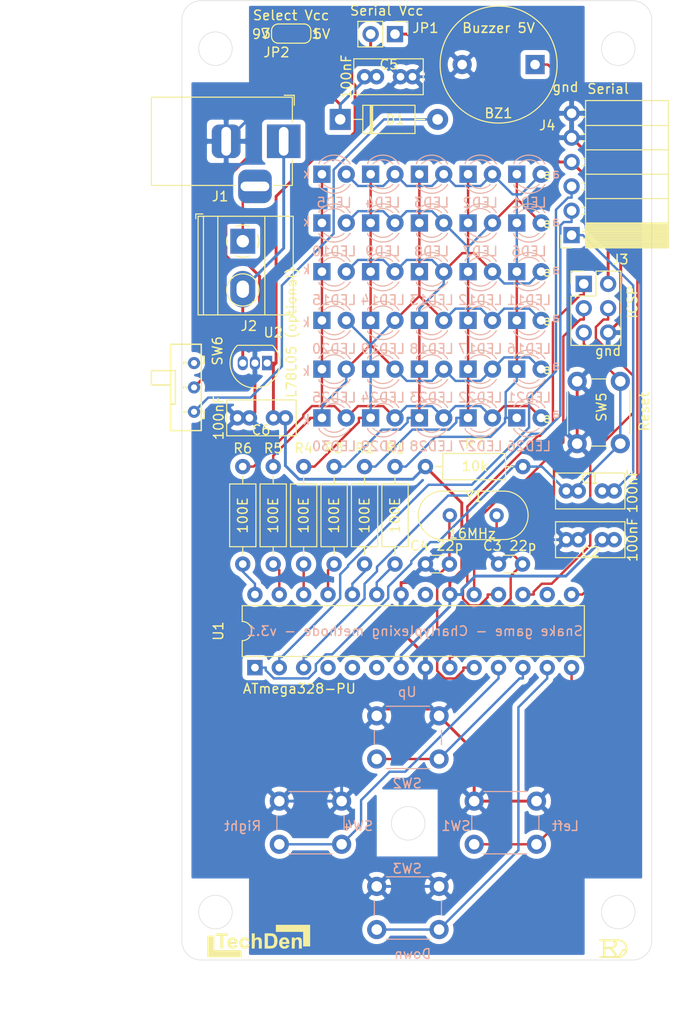
<source format=kicad_pcb>
(kicad_pcb (version 20171130) (host pcbnew "(5.1.5)-3")
  (title_block (title "Snake game with 30 LEDs (Charlyplexing methode)") (date 2020-06-02) (rev v3.1) (company TechDen) (comment 1 "Designed by Roland"))
  (layers (0 F.Cu signal) (31 B.Cu signal) (34 B.Paste user) (35 F.Paste user) (36 B.SilkS user) (37 F.SilkS user) (38 B.Mask user) (39 F.Mask user) (44 Edge.Cuts user))
  (net 0 "")
  (net 1 GND)
  (net 2 +5V)
  (net 3 "Net-(C3-Pad1)")
  (net 4 "Net-(LED1-Pad2)")
  (net 5 "Net-(LED10-Pad1)")
  (net 6 /D7)
  (net 7 /RTS)
  (net 8 /RST)
  (net 9 "Net-(C4-Pad1)")
  (net 10 /SCK)
  (net 11 /MISO)
  (net 12 /TxD)
  (net 13 /RxD)
  (net 14 /D8)
  (net 15 /D9)
  (net 16 /MOSI)
  (net 17 "Net-(LED13-Pad1)")
  (net 18 "Net-(LED11-Pad2)")
  (net 19 /A0)
  (net 20 /A1)
  (net 21 /A2)
  (net 22 /A3)
  (net 23 /A4)
  (net 24 /A5)
  (net 25 /D5)
  (net 26 /D6)
  (net 27 "Net-(LED14-Pad1)")
  (net 28 /V2)
  (net 29 /V1)
  (net 30 /V4)
  (net 31 /V3)
  (net 32 "Net-(D1-Pad2)")
  (net 33 /V5)
  (net 34 /Led1-k)
  (module Package_TO_SOT_THT:TO-92_Inline (layer F.Cu) (at 128.89 87.77 180)
    (fp_text reference U2 (at -0.635 3.175) (layer F.SilkS))
    (fp_text value "L78L05 (optional)" (at -2.54 3.175 90) (layer F.SilkS))
    (pad 2 thru_hole oval (at 1.27 0 180) (size 1.05 1.5) (drill 0.75) (layers *.Cu *.Mask) (net 1 GND))
    (pad 3 thru_hole oval (at 2.54 0 180) (size 1.05 1.5) (drill 0.75) (layers *.Cu *.Mask) (net 31 /V3))
    (pad 1 thru_hole rect (at 0 0 180) (size 1.05 1.5) (drill 0.75) (layers *.Cu *.Mask) (net 2 +5V))
  )
  (module Lib-Comp:switch_MSK-12D19 (layer F.Cu) (at 121.27 90.31 90)
    (fp_text reference SW6 (at 3.81 2.445 270) (layer F.SilkS))
    (fp_text value SW_SPDT)
    (fp_text user 1 (at -2.54 -0.889 270) (layer F.SilkS) (effects (font (size 0.4 0.4) (thickness 0.1))))
    (fp_text user 3 (at 2.54 -0.889 90) (layer F.SilkS) (effects (font (size 0.4 0.4) (thickness 0.1))))
    (fp_text user 2 (at 0 -0.889 90) (layer F.SilkS) (effects (font (size 0.4 0.4) (thickness 0.1))))
    (pad 3 thru_hole circle (at 2.54 0 90) (size 1.27 1.27) (drill 0.635) (layers *.Cu *.Mask))
    (pad 1 thru_hole circle (at -2.54 0 90) (size 1.27 1.27) (drill 0.635) (layers *.Cu *.Mask) (net 32 "Net-(D1-Pad2)"))
    (pad 2 thru_hole circle (at 0 0 90) (size 1.27 1.27) (drill 0.635) (layers *.Cu *.Mask) (net 29 /V1))
  )
  (module TerminalBlock_Phoenix:TerminalBlock_Phoenix_MKDS-1,5-2-5.08_1x02_P5.00&P5.08mm_Horizontal (layer F.Cu) (at 126.35 75.07 270)
    (fp_text reference J2 (at 8.835 -0.635 180) (layer F.SilkS))
    (fp_text value "+ Power in -")
    (pad 1 thru_hole rect (at 0 0 270) (size 2.6 2.6) (drill 1.3) (layers *.Cu *.Mask) (net 33 /V5))
    (pad 2 thru_hole oval (at 5 0 270) (size 3.8192 2.6) (drill oval 1.808 1.3) (layers *.Cu *.Mask) (net 29 /V1))
  )
  (module Connector_BarrelJack:BarrelJack_Horizontal (layer F.Cu) (at 130.62 64.655)
    (fp_text reference J1 (at -6.635 5.75) (layer F.SilkS))
    (fp_text value Barrel_Jack_Switch)
    (pad 1 thru_hole rect (at 0 0) (size 3.5 3.5) (drill oval 1 3) (layers *.Cu *.Mask) (net 29 /V1))
    (pad 2 thru_hole roundrect (at -6 0) (size 3 3.5) (drill oval 1 3) (layers *.Cu *.Mask) (net 1 GND))
    (pad 3 thru_hole roundrect (at -3 4.7) (size 3.5 3.5) (drill oval 3 1) (layers *.Cu *.Mask) (net 33 /V5))
  )
  (module Jumper:SolderJumper-3_P1.3mm_Open_RoundedPad1.0x1.5mm_NumberLabels (layer F.Cu) (at 131.4 53.425 180)
    (fp_text reference JP2 (at 1.535 -1.96) (layer F.SilkS))
    (fp_text value "Select Vcc" (at 0.01 1.9) (layer F.SilkS))
    (fp_text user 1 (at -2.6 0) (layer F.SilkS))
    (fp_text user 3 (at 2.6 0) (layer F.SilkS))
    (fp_text user 5V (at -3.165 -0.055) (layer F.SilkS))
    (fp_text user 9V (at 3.185 -0.055) (layer F.SilkS))
    (pad 2 smd rect (at 0 0 180) (size 1 1.5) (layers F.Cu F.Mask) (net 28 /V2))
    (pad 3 smd custom (at 1.3 0 180) (size 1 0.5) (layers F.Cu F.Mask) (net 31 /V3) (options (clearance outline) (anchor rect)) (primitives (gr_circle (center 0 0.25) (end 0.5 0.25) (width 0)) (gr_circle (center 0 -0.25) (end 0.5 -0.25) (width 0)) (gr_poly (pts (xy -0.55 -0.75) (xy 0 -0.75) (xy 0 0.75) (xy -0.55 0.75)) (width 0))))
    (pad 1 smd custom (at -1.3 0 180) (size 1 0.5) (layers F.Cu F.Mask) (net 2 +5V) (options (clearance outline) (anchor rect)) (primitives (gr_circle (center 0 0.25) (end 0.5 0.25) (width 0)) (gr_circle (center 0 -0.25) (end 0.5 -0.25) (width 0)) (gr_poly (pts (xy 0.55 -0.75) (xy 0 -0.75) (xy 0 0.75) (xy 0.55 0.75)) (width 0))))
  )
  (module "Logo:TechDen Logo - inverted" (layer F.Cu) (at 128 148)
    (fp_text reference L2 hide)
    (fp_text value Logo-TechDen hide)
  )
  (module "Logo:RvD Logo inverted small" (layer F.Cu) (at 165 148.815)
    (fp_text reference L1 hide)
    (fp_text value Logo-RvD hide)
  )
  (module Crystal:Crystal_HC49-4H_Vertical (layer F.Cu) (at 152.82 103.645 180)
    (fp_text reference Y1 (at 2.34 1.905) (layer F.SilkS))
    (fp_text value 16MHz (at 2.54 -1.905) (layer F.SilkS))
    (pad 2 thru_hole circle (at 4.88 0 180) (size 1.5 1.5) (drill 0.8) (layers *.Cu *.Mask) (net 9 "Net-(C4-Pad1)"))
    (pad 1 thru_hole circle (at 0 0 180) (size 1.5 1.5) (drill 0.8) (layers *.Cu *.Mask) (net 3 "Net-(C3-Pad1)"))
  )
  (module Buzzer_Beeper:Buzzer_12x9.5RM7.6 (layer F.Cu) (at 156.83 56.655 180)
    (fp_text reference BZ1 (at 3.81 -5.08) (layer F.SilkS))
    (fp_text value "Buzzer 5V" (at 3.8 3.81) (layer F.SilkS))
    (pad 2 thru_hole circle (at 7.6 0 180) (size 2 2) (drill 1) (layers *.Cu *.Mask) (net 1 GND))
    (pad 1 thru_hole rect (at 0 0 180) (size 2 2) (drill 1) (layers *.Cu *.Mask) (net 15 /D9))
  )
  (module Capacitor_THT:C_Disc_D3.0mm_W1.6mm_P2.50mm (layer F.Cu) (at 155.52 108.725 180)
    (fp_text reference C3 (at 3.135 1.905) (layer F.SilkS))
    (fp_text value 22p (at -0.04 1.905) (layer F.SilkS))
    (pad 2 thru_hole circle (at 2.5 0 180) (size 1.6 1.6) (drill 0.8) (layers *.Cu *.Mask) (net 1 GND))
    (pad 1 thru_hole circle (at 0 0 180) (size 1.6 1.6) (drill 0.8) (layers *.Cu *.Mask) (net 3 "Net-(C3-Pad1)"))
  )
  (module Capacitor_THT:C_Disc_D3.0mm_W1.6mm_P2.50mm (layer F.Cu) (at 147.9 108.725 180)
    (fp_text reference C4 (at 3.135 1.905) (layer F.SilkS))
    (fp_text value 22p (at -0.04 1.905) (layer F.SilkS))
    (pad 2 thru_hole circle (at 2.5 0 180) (size 1.6 1.6) (drill 0.8) (layers *.Cu *.Mask) (net 1 GND))
    (pad 1 thru_hole circle (at 0 0 180) (size 1.6 1.6) (drill 0.8) (layers *.Cu *.Mask) (net 9 "Net-(C4-Pad1)"))
  )
  (module Connector_PinHeader_2.54mm:PinHeader_2x03_P2.54mm_Vertical (layer F.Cu) (at 161.91 79.515)
    (fp_text reference J3 (at 3.81 -2.54) (layer F.SilkS))
    (fp_text value ICSP (at 5.08 1.905 270) (layer F.SilkS))
    (pad 6 thru_hole oval (at 2.54 5.08) (size 1.7 1.7) (drill 1) (layers *.Cu *.Mask) (net 1 GND))
    (pad 5 thru_hole oval (at 0 5.08) (size 1.7 1.7) (drill 1) (layers *.Cu *.Mask) (net 8 /RST))
    (pad 4 thru_hole oval (at 2.54 2.54) (size 1.7 1.7) (drill 1) (layers *.Cu *.Mask) (net 16 /MOSI))
    (pad 3 thru_hole oval (at 0 2.54) (size 1.7 1.7) (drill 1) (layers *.Cu *.Mask) (net 10 /SCK))
    (pad 2 thru_hole oval (at 2.54 0) (size 1.7 1.7) (drill 1) (layers *.Cu *.Mask) (net 30 /V4))
    (pad 1 thru_hole rect (at 0 0) (size 1.7 1.7) (drill 1) (layers *.Cu *.Mask) (net 11 /MISO))
  )
  (module Connector_PinHeader_2.54mm:PinHeader_1x02_P2.54mm_Vertical (layer F.Cu) (at 142.225 53.48 270)
    (fp_text reference JP1 (at -0.635 -3.175) (layer F.SilkS))
    (fp_text value "Serial Vcc" (at -2.445 0.855) (layer F.SilkS))
    (pad 2 thru_hole oval (at 0 2.54 270) (size 1.7 1.7) (drill 1) (layers *.Cu *.Mask) (net 2 +5V))
    (pad 1 thru_hole rect (at 0 0 270) (size 1.7 1.7) (drill 1) (layers *.Cu *.Mask) (net 30 /V4))
  )
  (module Button_Switch_THT:SW_PUSH_6mm (layer F.Cu) (at 165.72 89.675 270)
    (fp_text reference SW5 (at 2.69 1.96 270) (layer F.SilkS))
    (fp_text value Reset (at 3.175 -2.485 90) (layer F.SilkS))
    (pad 1 thru_hole circle (at 6.5 0) (size 2 2) (drill 1.1) (layers *.Cu *.Mask) (net 8 /RST))
    (pad 2 thru_hole circle (at 6.5 4.5) (size 2 2) (drill 1.1) (layers *.Cu *.Mask) (net 1 GND))
    (pad 1 thru_hole circle (at 0 0) (size 2 2) (drill 1.1) (layers *.Cu *.Mask) (net 8 /RST))
    (pad 2 thru_hole circle (at 0 4.5) (size 2 2) (drill 1.1) (layers *.Cu *.Mask) (net 1 GND))
  )
  (module Package_DIP:DIP-28_W7.62mm (layer F.Cu) (at 127.62 119.52 90)
    (fp_text reference U1 (at 3.81 -3.81 270) (layer F.SilkS))
    (fp_text value ATmega328-PU (at -2.195 4.635 180) (layer F.SilkS))
    (pad 28 thru_hole oval (at 7.62 0 90) (size 1.6 1.6) (drill 0.8) (layers *.Cu *.Mask) (net 24 /A5))
    (pad 14 thru_hole oval (at 0 33.02 90) (size 1.6 1.6) (drill 0.8) (layers *.Cu *.Mask) (net 14 /D8))
    (pad 27 thru_hole oval (at 7.62 2.54 90) (size 1.6 1.6) (drill 0.8) (layers *.Cu *.Mask) (net 23 /A4))
    (pad 13 thru_hole oval (at 0 30.48 90) (size 1.6 1.6) (drill 0.8) (layers *.Cu *.Mask) (net 6 /D7))
    (pad 26 thru_hole oval (at 7.62 5.08 90) (size 1.6 1.6) (drill 0.8) (layers *.Cu *.Mask) (net 22 /A3))
    (pad 12 thru_hole oval (at 0 27.94 90) (size 1.6 1.6) (drill 0.8) (layers *.Cu *.Mask) (net 26 /D6))
    (pad 25 thru_hole oval (at 7.62 7.62 90) (size 1.6 1.6) (drill 0.8) (layers *.Cu *.Mask) (net 21 /A2))
    (pad 11 thru_hole oval (at 0 25.4 90) (size 1.6 1.6) (drill 0.8) (layers *.Cu *.Mask) (net 25 /D5))
    (pad 24 thru_hole oval (at 7.62 10.16 90) (size 1.6 1.6) (drill 0.8) (layers *.Cu *.Mask) (net 20 /A1))
    (pad 10 thru_hole oval (at 0 22.86 90) (size 1.6 1.6) (drill 0.8) (layers *.Cu *.Mask) (net 9 "Net-(C4-Pad1)"))
    (pad 23 thru_hole oval (at 7.62 12.7 90) (size 1.6 1.6) (drill 0.8) (layers *.Cu *.Mask) (net 19 /A0))
    (pad 9 thru_hole oval (at 0 20.32 90) (size 1.6 1.6) (drill 0.8) (layers *.Cu *.Mask) (net 3 "Net-(C3-Pad1)"))
    (pad 22 thru_hole oval (at 7.62 15.24 90) (size 1.6 1.6) (drill 0.8) (layers *.Cu *.Mask) (net 1 GND))
    (pad 8 thru_hole oval (at 0 17.78 90) (size 1.6 1.6) (drill 0.8) (layers *.Cu *.Mask) (net 1 GND))
    (pad 21 thru_hole oval (at 7.62 17.78 90) (size 1.6 1.6) (drill 0.8) (layers *.Cu *.Mask))
    (pad 7 thru_hole oval (at 0 15.24 90) (size 1.6 1.6) (drill 0.8) (layers *.Cu *.Mask) (net 2 +5V))
    (pad 20 thru_hole oval (at 7.62 20.32 90) (size 1.6 1.6) (drill 0.8) (layers *.Cu *.Mask) (net 2 +5V))
    (pad 6 thru_hole oval (at 0 12.7 90) (size 1.6 1.6) (drill 0.8) (layers *.Cu *.Mask))
    (pad 19 thru_hole oval (at 7.62 22.86 90) (size 1.6 1.6) (drill 0.8) (layers *.Cu *.Mask) (net 10 /SCK))
    (pad 5 thru_hole oval (at 0 10.16 90) (size 1.6 1.6) (drill 0.8) (layers *.Cu *.Mask))
    (pad 18 thru_hole oval (at 7.62 25.4 90) (size 1.6 1.6) (drill 0.8) (layers *.Cu *.Mask) (net 11 /MISO))
    (pad 4 thru_hole oval (at 0 7.62 90) (size 1.6 1.6) (drill 0.8) (layers *.Cu *.Mask))
    (pad 17 thru_hole oval (at 7.62 27.94 90) (size 1.6 1.6) (drill 0.8) (layers *.Cu *.Mask) (net 16 /MOSI))
    (pad 3 thru_hole oval (at 0 5.08 90) (size 1.6 1.6) (drill 0.8) (layers *.Cu *.Mask) (net 12 /TxD))
    (pad 16 thru_hole oval (at 7.62 30.48 90) (size 1.6 1.6) (drill 0.8) (layers *.Cu *.Mask))
    (pad 2 thru_hole oval (at 0 2.54 90) (size 1.6 1.6) (drill 0.8) (layers *.Cu *.Mask) (net 13 /RxD))
    (pad 15 thru_hole oval (at 7.62 33.02 90) (size 1.6 1.6) (drill 0.8) (layers *.Cu *.Mask) (net 15 /D9))
    (pad 1 thru_hole rect (at 0 0 90) (size 1.6 1.6) (drill 0.8) (layers *.Cu *.Mask) (net 8 /RST))
  )
  (module LED_THT:LED_D3.0mm (layer B.Cu) (at 154.925 68.085)
    (fp_text reference LED1 (at 1.27 2.96) (layer B.SilkS) (effects (justify mirror)))
    (fp_text value LED)
    (pad 2 thru_hole circle (at 2.54 0) (size 1.8 1.8) (drill 0.9) (layers *.Cu *.Mask) (net 4 "Net-(LED1-Pad2)"))
    (pad 1 thru_hole rect (at 0 0) (size 1.8 1.8) (drill 0.9) (layers *.Cu *.Mask) (net 34 /Led1-k))
  )
  (module LED_THT:LED_D3.0mm (layer B.Cu) (at 149.845 68.085)
    (fp_text reference LED2 (at 1.27 2.96) (layer B.SilkS) (effects (justify mirror)))
    (fp_text value LED)
    (pad 2 thru_hole circle (at 2.54 0) (size 1.8 1.8) (drill 0.9) (layers *.Cu *.Mask) (net 4 "Net-(LED1-Pad2)"))
    (pad 1 thru_hole rect (at 0 0) (size 1.8 1.8) (drill 0.9) (layers *.Cu *.Mask) (net 18 "Net-(LED11-Pad2)"))
  )
  (module LED_THT:LED_D3.0mm (layer B.Cu) (at 144.765 68.085)
    (fp_text reference LED3 (at 1.27 2.96) (layer B.SilkS) (effects (justify mirror)))
    (fp_text value LED)
    (pad 2 thru_hole circle (at 2.54 0) (size 1.8 1.8) (drill 0.9) (layers *.Cu *.Mask) (net 4 "Net-(LED1-Pad2)"))
    (pad 1 thru_hole rect (at 0 0) (size 1.8 1.8) (drill 0.9) (layers *.Cu *.Mask) (net 17 "Net-(LED13-Pad1)"))
  )
  (module LED_THT:LED_D3.0mm (layer B.Cu) (at 139.685 68.085)
    (fp_text reference LED4 (at 1.27 2.96) (layer B.SilkS) (effects (justify mirror)))
    (fp_text value LED)
    (pad 2 thru_hole circle (at 2.54 0) (size 1.8 1.8) (drill 0.9) (layers *.Cu *.Mask) (net 4 "Net-(LED1-Pad2)"))
    (pad 1 thru_hole rect (at 0 0) (size 1.8 1.8) (drill 0.9) (layers *.Cu *.Mask) (net 27 "Net-(LED14-Pad1)"))
  )
  (module LED_THT:LED_D3.0mm (layer B.Cu) (at 134.605 68.085)
    (fp_text reference LED5 (at 1.27 2.96) (layer B.SilkS) (effects (justify mirror)))
    (fp_text value LED)
    (pad 2 thru_hole circle (at 2.54 0) (size 1.8 1.8) (drill 0.9) (layers *.Cu *.Mask) (net 4 "Net-(LED1-Pad2)"))
    (pad 1 thru_hole rect (at 0 0) (size 1.8 1.8) (drill 0.9) (layers *.Cu *.Mask) (net 5 "Net-(LED10-Pad1)"))
  )
  (module LED_THT:LED_D3.0mm (layer B.Cu) (at 154.925 73.165)
    (fp_text reference LED6 (at 1.27 2.96) (layer B.SilkS) (effects (justify mirror)))
    (fp_text value LED)
    (pad 2 thru_hole circle (at 2.54 0) (size 1.8 1.8) (drill 0.9) (layers *.Cu *.Mask) (net 34 /Led1-k))
    (pad 1 thru_hole rect (at 0 0) (size 1.8 1.8) (drill 0.9) (layers *.Cu *.Mask) (net 4 "Net-(LED1-Pad2)"))
  )
  (module LED_THT:LED_D3.0mm (layer B.Cu) (at 149.845 73.165)
    (fp_text reference LED7 (at 1.27 2.96) (layer B.SilkS) (effects (justify mirror)))
    (fp_text value LED)
    (pad 2 thru_hole circle (at 2.54 0) (size 1.8 1.8) (drill 0.9) (layers *.Cu *.Mask) (net 34 /Led1-k))
    (pad 1 thru_hole rect (at 0 0) (size 1.8 1.8) (drill 0.9) (layers *.Cu *.Mask) (net 18 "Net-(LED11-Pad2)"))
  )
  (module LED_THT:LED_D3.0mm (layer B.Cu) (at 144.765 73.165)
    (fp_text reference LED8 (at 1.27 2.96) (layer B.SilkS) (effects (justify mirror)))
    (fp_text value LED)
    (pad 2 thru_hole circle (at 2.54 0) (size 1.8 1.8) (drill 0.9) (layers *.Cu *.Mask) (net 34 /Led1-k))
    (pad 1 thru_hole rect (at 0 0) (size 1.8 1.8) (drill 0.9) (layers *.Cu *.Mask) (net 17 "Net-(LED13-Pad1)"))
  )
  (module LED_THT:LED_D3.0mm (layer B.Cu) (at 139.685 73.165)
    (fp_text reference LED9 (at 1.27 2.96) (layer B.SilkS) (effects (justify mirror)))
    (fp_text value LED)
    (pad 2 thru_hole circle (at 2.54 0) (size 1.8 1.8) (drill 0.9) (layers *.Cu *.Mask) (net 34 /Led1-k))
    (pad 1 thru_hole rect (at 0 0) (size 1.8 1.8) (drill 0.9) (layers *.Cu *.Mask) (net 27 "Net-(LED14-Pad1)"))
  )
  (module LED_THT:LED_D3.0mm (layer B.Cu) (at 134.605 73.165)
    (fp_text reference LED10 (at 1.27 2.96) (layer B.SilkS) (effects (justify mirror)))
    (fp_text value LED)
    (pad 2 thru_hole circle (at 2.54 0) (size 1.8 1.8) (drill 0.9) (layers *.Cu *.Mask) (net 34 /Led1-k))
    (pad 1 thru_hole rect (at 0 0) (size 1.8 1.8) (drill 0.9) (layers *.Cu *.Mask) (net 5 "Net-(LED10-Pad1)"))
  )
  (module LED_THT:LED_D3.0mm (layer B.Cu) (at 154.925 78.245)
    (fp_text reference LED11 (at 1.27 2.96) (layer B.SilkS) (effects (justify mirror)))
    (fp_text value LED)
    (pad 2 thru_hole circle (at 2.54 0) (size 1.8 1.8) (drill 0.9) (layers *.Cu *.Mask) (net 18 "Net-(LED11-Pad2)"))
    (pad 1 thru_hole rect (at 0 0) (size 1.8 1.8) (drill 0.9) (layers *.Cu *.Mask) (net 4 "Net-(LED1-Pad2)"))
  )
  (module LED_THT:LED_D3.0mm (layer B.Cu) (at 149.845 78.245)
    (fp_text reference LED12 (at 1.27 2.96) (layer B.SilkS) (effects (justify mirror)))
    (fp_text value LED)
    (pad 2 thru_hole circle (at 2.54 0) (size 1.8 1.8) (drill 0.9) (layers *.Cu *.Mask) (net 18 "Net-(LED11-Pad2)"))
    (pad 1 thru_hole rect (at 0 0) (size 1.8 1.8) (drill 0.9) (layers *.Cu *.Mask) (net 34 /Led1-k))
  )
  (module LED_THT:LED_D3.0mm (layer B.Cu) (at 144.765 78.245)
    (fp_text reference LED13 (at 1.27 2.96) (layer B.SilkS) (effects (justify mirror)))
    (fp_text value LED)
    (pad 2 thru_hole circle (at 2.54 0) (size 1.8 1.8) (drill 0.9) (layers *.Cu *.Mask) (net 18 "Net-(LED11-Pad2)"))
    (pad 1 thru_hole rect (at 0 0) (size 1.8 1.8) (drill 0.9) (layers *.Cu *.Mask) (net 17 "Net-(LED13-Pad1)"))
  )
  (module LED_THT:LED_D3.0mm (layer B.Cu) (at 139.685 78.245)
    (fp_text reference LED14 (at 1.27 2.96) (layer B.SilkS) (effects (justify mirror)))
    (fp_text value LED)
    (pad 2 thru_hole circle (at 2.54 0) (size 1.8 1.8) (drill 0.9) (layers *.Cu *.Mask) (net 18 "Net-(LED11-Pad2)"))
    (pad 1 thru_hole rect (at 0 0) (size 1.8 1.8) (drill 0.9) (layers *.Cu *.Mask) (net 27 "Net-(LED14-Pad1)"))
  )
  (module LED_THT:LED_D3.0mm (layer B.Cu) (at 134.605 78.245)
    (fp_text reference LED15 (at 1.27 2.96) (layer B.SilkS) (effects (justify mirror)))
    (fp_text value LED)
    (pad 2 thru_hole circle (at 2.54 0) (size 1.8 1.8) (drill 0.9) (layers *.Cu *.Mask) (net 18 "Net-(LED11-Pad2)"))
    (pad 1 thru_hole rect (at 0 0) (size 1.8 1.8) (drill 0.9) (layers *.Cu *.Mask) (net 5 "Net-(LED10-Pad1)"))
  )
  (module LED_THT:LED_D3.0mm (layer B.Cu) (at 154.925 83.325)
    (fp_text reference LED16 (at 1.27 2.96) (layer B.SilkS) (effects (justify mirror)))
    (fp_text value LED)
    (pad 2 thru_hole circle (at 2.54 0) (size 1.8 1.8) (drill 0.9) (layers *.Cu *.Mask) (net 17 "Net-(LED13-Pad1)"))
    (pad 1 thru_hole rect (at 0 0) (size 1.8 1.8) (drill 0.9) (layers *.Cu *.Mask) (net 4 "Net-(LED1-Pad2)"))
  )
  (module LED_THT:LED_D3.0mm (layer B.Cu) (at 149.845 83.325)
    (fp_text reference LED17 (at 1.27 2.96) (layer B.SilkS) (effects (justify mirror)))
    (fp_text value LED)
    (pad 2 thru_hole circle (at 2.54 0) (size 1.8 1.8) (drill 0.9) (layers *.Cu *.Mask) (net 17 "Net-(LED13-Pad1)"))
    (pad 1 thru_hole rect (at 0 0) (size 1.8 1.8) (drill 0.9) (layers *.Cu *.Mask) (net 34 /Led1-k))
  )
  (module LED_THT:LED_D3.0mm (layer B.Cu) (at 144.765 83.325)
    (fp_text reference LED18 (at 1.27 2.96) (layer B.SilkS) (effects (justify mirror)))
    (fp_text value LED)
    (pad 2 thru_hole circle (at 2.54 0) (size 1.8 1.8) (drill 0.9) (layers *.Cu *.Mask) (net 17 "Net-(LED13-Pad1)"))
    (pad 1 thru_hole rect (at 0 0) (size 1.8 1.8) (drill 0.9) (layers *.Cu *.Mask) (net 18 "Net-(LED11-Pad2)"))
  )
  (module LED_THT:LED_D3.0mm (layer B.Cu) (at 139.685 83.325)
    (fp_text reference LED19 (at 1.27 2.96) (layer B.SilkS) (effects (justify mirror)))
    (fp_text value LED)
    (pad 2 thru_hole circle (at 2.54 0) (size 1.8 1.8) (drill 0.9) (layers *.Cu *.Mask) (net 17 "Net-(LED13-Pad1)"))
    (pad 1 thru_hole rect (at 0 0) (size 1.8 1.8) (drill 0.9) (layers *.Cu *.Mask) (net 27 "Net-(LED14-Pad1)"))
  )
  (module LED_THT:LED_D3.0mm (layer B.Cu) (at 134.605 83.325)
    (fp_text reference LED20 (at 1.27 2.96) (layer B.SilkS) (effects (justify mirror)))
    (fp_text value LED)
    (pad 2 thru_hole circle (at 2.54 0) (size 1.8 1.8) (drill 0.9) (layers *.Cu *.Mask) (net 17 "Net-(LED13-Pad1)"))
    (pad 1 thru_hole rect (at 0 0) (size 1.8 1.8) (drill 0.9) (layers *.Cu *.Mask) (net 5 "Net-(LED10-Pad1)"))
  )
  (module LED_THT:LED_D3.0mm (layer B.Cu) (at 154.925 88.405)
    (fp_text reference LED21 (at 1.27 2.96) (layer B.SilkS) (effects (justify mirror)))
    (fp_text value LED)
    (pad 2 thru_hole circle (at 2.54 0) (size 1.8 1.8) (drill 0.9) (layers *.Cu *.Mask) (net 27 "Net-(LED14-Pad1)"))
    (pad 1 thru_hole rect (at 0 0) (size 1.8 1.8) (drill 0.9) (layers *.Cu *.Mask) (net 4 "Net-(LED1-Pad2)"))
  )
  (module LED_THT:LED_D3.0mm (layer B.Cu) (at 149.845 88.405)
    (fp_text reference LED22 (at 1.27 2.96) (layer B.SilkS) (effects (justify mirror)))
    (fp_text value LED)
    (pad 2 thru_hole circle (at 2.54 0) (size 1.8 1.8) (drill 0.9) (layers *.Cu *.Mask) (net 27 "Net-(LED14-Pad1)"))
    (pad 1 thru_hole rect (at 0 0) (size 1.8 1.8) (drill 0.9) (layers *.Cu *.Mask) (net 34 /Led1-k))
  )
  (module LED_THT:LED_D3.0mm (layer B.Cu) (at 144.765 88.405)
    (fp_text reference LED23 (at 1.27 2.96) (layer B.SilkS) (effects (justify mirror)))
    (fp_text value LED)
    (pad 2 thru_hole circle (at 2.54 0) (size 1.8 1.8) (drill 0.9) (layers *.Cu *.Mask) (net 27 "Net-(LED14-Pad1)"))
    (pad 1 thru_hole rect (at 0 0) (size 1.8 1.8) (drill 0.9) (layers *.Cu *.Mask) (net 18 "Net-(LED11-Pad2)"))
  )
  (module LED_THT:LED_D3.0mm (layer B.Cu) (at 139.685 88.405)
    (fp_text reference LED24 (at 1.27 2.96) (layer B.SilkS) (effects (justify mirror)))
    (fp_text value LED)
    (pad 2 thru_hole circle (at 2.54 0) (size 1.8 1.8) (drill 0.9) (layers *.Cu *.Mask) (net 27 "Net-(LED14-Pad1)"))
    (pad 1 thru_hole rect (at 0 0) (size 1.8 1.8) (drill 0.9) (layers *.Cu *.Mask) (net 17 "Net-(LED13-Pad1)"))
  )
  (module LED_THT:LED_D3.0mm (layer B.Cu) (at 134.605 88.405)
    (fp_text reference LED25 (at 1.27 2.96) (layer B.SilkS) (effects (justify mirror)))
    (fp_text value LED)
    (pad 2 thru_hole circle (at 2.54 0) (size 1.8 1.8) (drill 0.9) (layers *.Cu *.Mask) (net 27 "Net-(LED14-Pad1)"))
    (pad 1 thru_hole rect (at 0 0) (size 1.8 1.8) (drill 0.9) (layers *.Cu *.Mask) (net 5 "Net-(LED10-Pad1)"))
  )
  (module LED_THT:LED_D3.0mm (layer B.Cu) (at 154.925 93.485)
    (fp_text reference LED26 (at 1.27 2.96) (layer B.SilkS) (effects (justify mirror)))
    (fp_text value LED)
    (pad 2 thru_hole circle (at 2.54 0) (size 1.8 1.8) (drill 0.9) (layers *.Cu *.Mask) (net 5 "Net-(LED10-Pad1)"))
    (pad 1 thru_hole rect (at 0 0) (size 1.8 1.8) (drill 0.9) (layers *.Cu *.Mask) (net 4 "Net-(LED1-Pad2)"))
  )
  (module LED_THT:LED_D3.0mm (layer B.Cu) (at 149.845 93.485)
    (fp_text reference LED27 (at 1.27 2.96) (layer B.SilkS) (effects (justify mirror)))
    (fp_text value LED)
    (pad 2 thru_hole circle (at 2.54 0) (size 1.8 1.8) (drill 0.9) (layers *.Cu *.Mask) (net 5 "Net-(LED10-Pad1)"))
    (pad 1 thru_hole rect (at 0 0) (size 1.8 1.8) (drill 0.9) (layers *.Cu *.Mask) (net 34 /Led1-k))
  )
  (module LED_THT:LED_D3.0mm (layer B.Cu) (at 144.765 93.485)
    (fp_text reference LED28 (at 1.27 2.96) (layer B.SilkS) (effects (justify mirror)))
    (fp_text value LED)
    (pad 2 thru_hole circle (at 2.54 0) (size 1.8 1.8) (drill 0.9) (layers *.Cu *.Mask) (net 5 "Net-(LED10-Pad1)"))
    (pad 1 thru_hole rect (at 0 0) (size 1.8 1.8) (drill 0.9) (layers *.Cu *.Mask) (net 18 "Net-(LED11-Pad2)"))
  )
  (module LED_THT:LED_D3.0mm (layer B.Cu) (at 139.685 93.485)
    (fp_text reference LED29 (at 1.27 2.96) (layer B.SilkS) (effects (justify mirror)))
    (fp_text value LED)
    (pad 2 thru_hole circle (at 2.54 0) (size 1.8 1.8) (drill 0.9) (layers *.Cu *.Mask) (net 5 "Net-(LED10-Pad1)"))
    (pad 1 thru_hole rect (at 0 0) (size 1.8 1.8) (drill 0.9) (layers *.Cu *.Mask) (net 17 "Net-(LED13-Pad1)"))
  )
  (module LED_THT:LED_D3.0mm (layer B.Cu) (at 134.605 93.485)
    (fp_text reference LED30 (at 1.27 2.96) (layer B.SilkS) (effects (justify mirror)))
    (fp_text value LED)
    (pad 2 thru_hole circle (at 2.54 0) (size 1.8 1.8) (drill 0.9) (layers *.Cu *.Mask) (net 5 "Net-(LED10-Pad1)"))
    (pad 1 thru_hole rect (at 0 0) (size 1.8 1.8) (drill 0.9) (layers *.Cu *.Mask) (net 27 "Net-(LED14-Pad1)"))
  )
  (module Button_Switch_THT:SW_PUSH_6mm (layer B.Cu) (at 150.48 137.935)
    (fp_text reference SW1 (at -1.905 -1.905) (layer B.SilkS) (effects (justify mirror)))
    (fp_text value Left (at 9.525 -1.905) (layer B.SilkS) (effects (justify mirror)))
    (pad 1 thru_hole circle (at 6.5 0 270) (size 2 2) (drill 1.1) (layers *.Cu *.Mask) (net 14 /D8))
    (pad 2 thru_hole circle (at 6.5 -4.5 270) (size 2 2) (drill 1.1) (layers *.Cu *.Mask) (net 1 GND))
    (pad 1 thru_hole circle (at 0 0 270) (size 2 2) (drill 1.1) (layers *.Cu *.Mask) (net 14 /D8))
    (pad 2 thru_hole circle (at 0 -4.5 270) (size 2 2) (drill 1.1) (layers *.Cu *.Mask) (net 1 GND))
  )
  (module Button_Switch_THT:SW_PUSH_6mm (layer B.Cu) (at 140.32 129.045)
    (fp_text reference SW2 (at 3.175 2.54) (layer B.SilkS) (effects (justify mirror)))
    (fp_text value Up (at 3.175 -6.985) (layer B.SilkS) (effects (justify mirror)))
    (pad 1 thru_hole circle (at 6.5 0 270) (size 2 2) (drill 1.1) (layers *.Cu *.Mask) (net 26 /D6))
    (pad 2 thru_hole circle (at 6.5 -4.5 270) (size 2 2) (drill 1.1) (layers *.Cu *.Mask) (net 1 GND))
    (pad 1 thru_hole circle (at 0 0 270) (size 2 2) (drill 1.1) (layers *.Cu *.Mask) (net 26 /D6))
    (pad 2 thru_hole circle (at 0 -4.5 270) (size 2 2) (drill 1.1) (layers *.Cu *.Mask) (net 1 GND))
  )
  (module Button_Switch_THT:SW_PUSH_6mm (layer B.Cu) (at 140.32 146.825)
    (fp_text reference SW3 (at 3.175 -6.35) (layer B.SilkS) (effects (justify mirror)))
    (fp_text value Down (at 3.75 2.54) (layer B.SilkS) (effects (justify mirror)))
    (pad 1 thru_hole circle (at 6.5 0 270) (size 2 2) (drill 1.1) (layers *.Cu *.Mask) (net 6 /D7))
    (pad 2 thru_hole circle (at 6.5 -4.5 270) (size 2 2) (drill 1.1) (layers *.Cu *.Mask) (net 1 GND))
    (pad 1 thru_hole circle (at 0 0 270) (size 2 2) (drill 1.1) (layers *.Cu *.Mask) (net 6 /D7))
    (pad 2 thru_hole circle (at 0 -4.5 270) (size 2 2) (drill 1.1) (layers *.Cu *.Mask) (net 1 GND))
  )
  (module Button_Switch_THT:SW_PUSH_6mm (layer B.Cu) (at 130.16 137.935)
    (fp_text reference SW4 (at 8.255 -1.905) (layer B.SilkS) (effects (justify mirror)))
    (fp_text value Right (at -3.81 -1.905) (layer B.SilkS) (effects (justify mirror)))
    (pad 1 thru_hole circle (at 6.5 0 270) (size 2 2) (drill 1.1) (layers *.Cu *.Mask) (net 25 /D5))
    (pad 2 thru_hole circle (at 6.5 -4.5 270) (size 2 2) (drill 1.1) (layers *.Cu *.Mask) (net 1 GND))
    (pad 1 thru_hole circle (at 0 0 270) (size 2 2) (drill 1.1) (layers *.Cu *.Mask) (net 25 /D5))
    (pad 2 thru_hole circle (at 0 -4.5 270) (size 2 2) (drill 1.1) (layers *.Cu *.Mask) (net 1 GND))
  )
  (module Capacitor_THT:C_Rect_L7.0mm_W3.5mm_P2.50mm_P5.00mm (layer F.Cu) (at 165.085 101.105 180)
    (fp_text reference C1 (at 2.5 1.27) (layer F.SilkS))
    (fp_text value 100nF (at -1.905 0 90) (layer F.SilkS))
    (pad 2 thru_hole circle (at 5 0 180) (size 1.6 1.6) (drill 0.8) (layers *.Cu *.Mask) (net 8 /RST))
    (pad 1 thru_hole circle (at 0 0 180) (size 1.6 1.6) (drill 0.8) (layers *.Cu *.Mask) (net 7 /RTS))
    (pad 2 thru_hole circle (at 3.75 0 180) (size 1.6 1.6) (drill 0.8) (layers *.Cu *.Mask) (net 8 /RST))
    (pad 1 thru_hole circle (at 1.25 0 180) (size 1.6 1.6) (drill 0.8) (layers *.Cu *.Mask) (net 7 /RTS))
  )
  (module Capacitor_THT:C_Rect_L7.0mm_W3.5mm_P2.50mm_P5.00mm (layer F.Cu) (at 165.085 106.185 180)
    (fp_text reference C2 (at 2.48 -1.27) (layer F.SilkS))
    (fp_text value 100nF (at -1.905 0 270) (layer F.SilkS))
    (pad 2 thru_hole circle (at 5 0 180) (size 1.6 1.6) (drill 0.8) (layers *.Cu *.Mask) (net 1 GND))
    (pad 1 thru_hole circle (at 0 0 180) (size 1.6 1.6) (drill 0.8) (layers *.Cu *.Mask) (net 2 +5V))
    (pad 2 thru_hole circle (at 3.75 0 180) (size 1.6 1.6) (drill 0.8) (layers *.Cu *.Mask) (net 1 GND))
    (pad 1 thru_hole circle (at 1.25 0 180) (size 1.6 1.6) (drill 0.8) (layers *.Cu *.Mask) (net 2 +5V))
  )
  (module Connector_PinSocket_2.54mm:PinSocket_1x06_P2.54mm_Horizontal (layer F.Cu) (at 160.64 74.435 180)
    (fp_text reference J4 (at 2.54 11.435 180) (layer F.SilkS))
    (fp_text value Serial (at -3.81 15.24) (layer F.SilkS))
    (pad 1 thru_hole rect (at 0 0 180) (size 1.7 1.7) (drill 1) (layers *.Cu *.Mask) (net 7 /RTS))
    (pad 2 thru_hole oval (at 0 2.54 180) (size 1.7 1.7) (drill 1) (layers *.Cu *.Mask) (net 12 /TxD))
    (pad 3 thru_hole oval (at 0 5.08 180) (size 1.7 1.7) (drill 1) (layers *.Cu *.Mask) (net 13 /RxD))
    (pad 4 thru_hole oval (at 0 7.62 180) (size 1.7 1.7) (drill 1) (layers *.Cu *.Mask) (net 30 /V4))
    (pad 5 thru_hole oval (at 0 10.16 180) (size 1.7 1.7) (drill 1) (layers *.Cu *.Mask) (net 1 GND))
    (pad 6 thru_hole oval (at 0 12.7 180) (size 1.7 1.7) (drill 1) (layers *.Cu *.Mask) (net 1 GND))
  )
  (module Resistor_THT:R_Axial_DIN0207_L6.3mm_D2.5mm_P10.16mm_Horizontal (layer F.Cu) (at 142.225 108.725 90)
    (fp_text reference R1 (at 12.065 0 180) (layer F.SilkS))
    (fp_text value 100E (at 5.08 0 90) (layer F.SilkS))
    (pad 2 thru_hole oval (at 10.16 0 90) (size 1.6 1.6) (drill 0.8) (layers *.Cu *.Mask) (net 4 "Net-(LED1-Pad2)"))
    (pad 1 thru_hole circle (at 0 0 90) (size 1.6 1.6) (drill 0.8) (layers *.Cu *.Mask) (net 19 /A0))
  )
  (module Resistor_THT:R_Axial_DIN0207_L6.3mm_D2.5mm_P10.16mm_Horizontal (layer F.Cu) (at 139.05 108.725 90)
    (fp_text reference R2 (at 12.065 0 180) (layer F.SilkS))
    (fp_text value 100E (at 5.08 0 90) (layer F.SilkS))
    (pad 2 thru_hole oval (at 10.16 0 90) (size 1.6 1.6) (drill 0.8) (layers *.Cu *.Mask) (net 34 /Led1-k))
    (pad 1 thru_hole circle (at 0 0 90) (size 1.6 1.6) (drill 0.8) (layers *.Cu *.Mask) (net 20 /A1))
  )
  (module Resistor_THT:R_Axial_DIN0207_L6.3mm_D2.5mm_P10.16mm_Horizontal (layer F.Cu) (at 135.875 108.725 90)
    (fp_text reference R3 (at 12.065 0 180) (layer F.SilkS))
    (fp_text value 100E (at 5.08 0 90) (layer F.SilkS))
    (pad 2 thru_hole oval (at 10.16 0 90) (size 1.6 1.6) (drill 0.8) (layers *.Cu *.Mask) (net 18 "Net-(LED11-Pad2)"))
    (pad 1 thru_hole circle (at 0 0 90) (size 1.6 1.6) (drill 0.8) (layers *.Cu *.Mask) (net 21 /A2))
  )
  (module Resistor_THT:R_Axial_DIN0207_L6.3mm_D2.5mm_P10.16mm_Horizontal (layer F.Cu) (at 132.7 108.725 90)
    (fp_text reference R4 (at 12.065 0 180) (layer F.SilkS))
    (fp_text value 100E (at 5.08 0 90) (layer F.SilkS))
    (pad 2 thru_hole oval (at 10.16 0 90) (size 1.6 1.6) (drill 0.8) (layers *.Cu *.Mask) (net 17 "Net-(LED13-Pad1)"))
    (pad 1 thru_hole circle (at 0 0 90) (size 1.6 1.6) (drill 0.8) (layers *.Cu *.Mask) (net 22 /A3))
  )
  (module Resistor_THT:R_Axial_DIN0207_L6.3mm_D2.5mm_P10.16mm_Horizontal (layer F.Cu) (at 129.525 108.725 90)
    (fp_text reference R5 (at 12.065 0 180) (layer F.SilkS))
    (fp_text value 100E (at 5.08 0 90) (layer F.SilkS))
    (pad 2 thru_hole oval (at 10.16 0 90) (size 1.6 1.6) (drill 0.8) (layers *.Cu *.Mask) (net 27 "Net-(LED14-Pad1)"))
    (pad 1 thru_hole circle (at 0 0 90) (size 1.6 1.6) (drill 0.8) (layers *.Cu *.Mask) (net 23 /A4))
  )
  (module Resistor_THT:R_Axial_DIN0207_L6.3mm_D2.5mm_P10.16mm_Horizontal (layer F.Cu) (at 126.35 108.725 90)
    (fp_text reference R6 (at 12.065 0 180) (layer F.SilkS))
    (fp_text value 100E (at 5.08 0 90) (layer F.SilkS))
    (pad 2 thru_hole oval (at 10.16 0 90) (size 1.6 1.6) (drill 0.8) (layers *.Cu *.Mask) (net 5 "Net-(LED10-Pad1)"))
    (pad 1 thru_hole circle (at 0 0 90) (size 1.6 1.6) (drill 0.8) (layers *.Cu *.Mask) (net 24 /A5))
  )
  (module Resistor_THT:R_Axial_DIN0207_L6.3mm_D2.5mm_P10.16mm_Horizontal (layer F.Cu) (at 145.4 98.565)
    (fp_text reference R7 (at 5.08 -2.37) (layer F.SilkS))
    (fp_text value 10k (at 5.155 -0.05) (layer F.SilkS))
    (pad 2 thru_hole oval (at 10.16 0) (size 1.6 1.6) (drill 0.8) (layers *.Cu *.Mask) (net 8 /RST))
    (pad 1 thru_hole circle (at 0 0) (size 1.6 1.6) (drill 0.8) (layers *.Cu *.Mask) (net 2 +5V))
  )
  (module Capacitor_THT:C_Rect_L7.0mm_W3.5mm_P2.50mm_P5.00mm (layer F.Cu) (at 139.05 57.925)
    (fp_text reference C5 (at 2.54 -1.27) (layer F.SilkS))
    (fp_text value 100nF (at -1.905 0 90) (layer F.SilkS))
    (pad 2 thru_hole circle (at 5 0) (size 1.6 1.6) (drill 0.8) (layers *.Cu *.Mask) (net 1 GND))
    (pad 1 thru_hole circle (at 0 0) (size 1.6 1.6) (drill 0.8) (layers *.Cu *.Mask) (net 28 /V2))
    (pad 2 thru_hole circle (at 3.75 0) (size 1.6 1.6) (drill 0.8) (layers *.Cu *.Mask) (net 1 GND))
    (pad 1 thru_hole circle (at 1.25 0) (size 1.6 1.6) (drill 0.8) (layers *.Cu *.Mask) (net 28 /V2))
  )
  (module Capacitor_THT:C_Rect_L7.0mm_W3.5mm_P2.50mm_P5.00mm (layer F.Cu) (at 130.795 93.485 180)
    (fp_text reference C6 (at 2.54 -1.27) (layer F.SilkS))
    (fp_text value 100nF (at 6.965 0 270) (layer F.SilkS))
    (pad 2 thru_hole circle (at 5 0 180) (size 1.6 1.6) (drill 0.8) (layers *.Cu *.Mask) (net 1 GND))
    (pad 1 thru_hole circle (at 0 0 180) (size 1.6 1.6) (drill 0.8) (layers *.Cu *.Mask) (net 2 +5V))
    (pad 2 thru_hole circle (at 3.75 0 180) (size 1.6 1.6) (drill 0.8) (layers *.Cu *.Mask) (net 1 GND))
    (pad 1 thru_hole circle (at 1.25 0 180) (size 1.6 1.6) (drill 0.8) (layers *.Cu *.Mask) (net 2 +5V))
  )
  (module Diode_THT:D_DO-41_SOD81_P10.16mm_Horizontal (layer F.Cu) (at 136.51 62.37)
    (fp_text reference D1 (at 5.715 0) (layer F.SilkS))
    (fp_text value 1N4001)
    (pad 2 thru_hole oval (at 10.16 0) (size 2.2 2.2) (drill 1.1) (layers *.Cu *.Mask) (net 32 "Net-(D1-Pad2)"))
    (pad 1 thru_hole rect (at 0 0) (size 2.2 2.2) (drill 1.1) (layers *.Cu *.Mask) (net 28 /V2))
  )
  (gr_text a (at 159 93) (layer B.SilkS) (effects (font (size 1 1)) (justify mirror)))
  (gr_text a (at 159 88) (layer B.SilkS) (effects (font (size 1 1)) (justify mirror)))
  (gr_text a (at 159 83) (layer B.SilkS) (effects (font (size 1 1)) (justify mirror)))
  (gr_text a (at 159 78) (layer B.SilkS) (effects (font (size 1 1)) (justify mirror)))
  (gr_text a (at 159 73) (layer B.SilkS) (effects (font (size 1 1)) (justify mirror)))
  (gr_text a (at 159 68) (layer B.SilkS) (effects (font (size 1 1)) (justify mirror)))
  (gr_circle (center 143.6 135.75) (end 145.35 135.75) (layer Edge.Cuts) (width 0.05))
  (gr_arc (start 167 148) (end 167 150) (angle -90) (layer Edge.Cuts) (width 0.05))
  (gr_arc (start 122 148) (end 120 148) (angle -90) (layer Edge.Cuts) (width 0.05))
  (gr_arc (start 167 52) (end 169 52) (angle -90) (layer Edge.Cuts) (width 0.05))
  (gr_arc (start 122 52) (end 122 50) (angle -90) (layer Edge.Cuts) (width 0.05))
  (gr_line (start 120 52) (end 120 148) (layer Edge.Cuts) (width 0.05))
  (gr_line (start 167 50) (end 122 50) (layer Edge.Cuts) (width 0.05))
  (gr_line (start 169 148) (end 169 52) (layer Edge.Cuts) (width 0.05))
  (gr_line (start 122 150) (end 167 150) (layer Edge.Cuts) (width 0.05))
  (gr_circle (center 123.5 145) (end 125.25 145) (layer Edge.Cuts) (width 0.05))
  (gr_circle (center 165.5 145) (end 167.25 145) (layer Edge.Cuts) (width 0.05))
  (gr_circle (center 165.5 55) (end 167.25 55) (layer Edge.Cuts) (width 0.05))
  (gr_circle (center 123.5 55) (end 125.25 55) (layer Edge.Cuts) (width 0.05))
  (gr_text gnd (at 164.45 86.5) (layer F.SilkS) (effects (font (size 1 1))))
  (gr_text gnd (at 160.005 59) (layer F.SilkS) (effects (font (size 1 1))))
  (gr_text a (at 158.1 68.085) (layer F.SilkS) (effects (font (size 1 1))))
  (gr_text a (at 158.1 93.485) (layer F.SilkS) (effects (font (size 1 1))))
  (gr_text a (at 158.1 88.405) (layer F.SilkS) (effects (font (size 1 1))))
  (gr_text a (at 158.1 83.325) (layer F.SilkS) (effects (font (size 1 1))))
  (gr_text a (at 158.1 78.245) (layer F.SilkS) (effects (font (size 1 1))))
  (gr_text a (at 158.1 73.165) (layer F.SilkS) (effects (font (size 1 1))))
  (gr_text k (at 132.975 83.515) (layer B.SilkS) (effects (font (size 1 1)) (justify mirror)))
  (gr_text k (at 132.975 88.595) (layer B.SilkS) (effects (font (size 1 1)) (justify mirror)))
  (gr_text k (at 132.975 93.675) (layer B.SilkS) (effects (font (size 1 1)) (justify mirror)))
  (gr_text k (at 133 78) (layer B.SilkS) (effects (font (size 1 1)) (justify mirror)))
  (gr_text k (at 133 73) (layer B.SilkS) (effects (font (size 1 1)) (justify mirror)))
  (gr_text "Snake game - Charlyplexing methode - v3.1\n" (at 161.91 115.71) (layer B.SilkS) (effects (font (size 1 1)) (justify left mirror)))
  (gr_text k (at 133 68) (layer B.SilkS) (effects (font (size 1 1)) (justify mirror)))
  (segment (start 127.62 87.77) (end 127.62 86.5695) (width 0.3) (layer B.Cu) (net 1))
  (segment (start 127.62 86.5695) (end 124.5314 83.4809) (width 0.3) (layer B.Cu) (net 1))
  (segment (start 124.5314 83.4809) (end 124.5314 64.7436) (width 0.3) (layer B.Cu) (net 1))
  (segment (start 124.5314 64.7436) (end 124.62 64.655) (width 0.3) (layer B.Cu) (net 1))
  (segment (start 142.86 111.9) (end 142.86 110.6495) (width 0.3) (layer F.Cu) (net 1))
  (segment (start 145.4 108.725) (end 143.4755 110.6495) (width 0.3) (layer F.Cu) (net 1))
  (segment (start 143.4755 110.6495) (end 142.86 110.6495) (width 0.3) (layer F.Cu) (net 1))
  (segment (start 164.45 84.595) (end 164.45 86.445) (width 0.3) (layer B.Cu) (net 1))
  (segment (start 164.45 86.445) (end 161.22 89.675) (width 0.3) (layer B.Cu) (net 1))
  (segment (start 127.62 87.77) (end 127.62 92.91) (width 0.3) (layer F.Cu) (net 1))
  (segment (start 127.62 92.91) (end 127.045 93.485) (width 0.3) (layer F.Cu) (net 1))
  (segment (start 161.22 96.175) (end 158.8308 98.5642) (width 0.3) (layer F.Cu) (net 1))
  (segment (start 158.8308 98.5642) (end 158.8308 104.9308) (width 0.3) (layer F.Cu) (net 1))
  (segment (start 158.8308 104.9308) (end 160.085 106.185) (width 0.3) (layer F.Cu) (net 1))
  (segment (start 161.22 89.675) (end 161.22 96.175) (width 0.3) (layer F.Cu) (net 1))
  (segment (start 142.8 57.925) (end 141.5477 56.6727) (width 0.3) (layer B.Cu) (net 1))
  (segment (start 141.5477 56.6727) (end 132.6023 56.6727) (width 0.3) (layer B.Cu) (net 1))
  (segment (start 132.6023 56.6727) (end 124.62 64.655) (width 0.3) (layer B.Cu) (net 1))
  (segment (start 144.05 57.925) (end 142.8 57.925) (width 0.3) (layer B.Cu) (net 1))
  (segment (start 160.64 61.735) (end 154.31 61.735) (width 0.3) (layer B.Cu) (net 1))
  (segment (start 154.31 61.735) (end 149.23 56.655) (width 0.3) (layer B.Cu) (net 1))
  (segment (start 145.4 123.835) (end 141.03 123.835) (width 0.3) (layer F.Cu) (net 1))
  (segment (start 141.03 123.835) (end 140.32 124.545) (width 0.3) (layer F.Cu) (net 1))
  (segment (start 146.82 124.545) (end 146.11 123.835) (width 0.3) (layer F.Cu) (net 1))
  (segment (start 146.11 123.835) (end 145.4 123.835) (width 0.3) (layer F.Cu) (net 1))
  (segment (start 145.4 123.835) (end 145.4 119.52) (width 0.3) (layer F.Cu) (net 1))
  (segment (start 153.02 108.725) (end 151.7466 107.4516) (width 0.3) (layer B.Cu) (net 1))
  (segment (start 151.7466 107.4516) (end 146.6734 107.4516) (width 0.3) (layer B.Cu) (net 1))
  (segment (start 146.6734 107.4516) (end 145.4 108.725) (width 0.3) (layer B.Cu) (net 1))
  (segment (start 160.085 106.185) (end 155.56 106.185) (width 0.3) (layer B.Cu) (net 1))
  (segment (start 155.56 106.185) (end 153.02 108.725) (width 0.3) (layer B.Cu) (net 1))
  (segment (start 160.64 64.275) (end 165.7628 69.3978) (width 0.3) (layer F.Cu) (net 1))
  (segment (start 165.7628 69.3978) (end 165.7628 83.2822) (width 0.3) (layer F.Cu) (net 1))
  (segment (start 165.7628 83.2822) (end 164.45 84.595) (width 0.3) (layer F.Cu) (net 1))
  (segment (start 160.64 61.735) (end 160.64 64.275) (width 0.3) (layer F.Cu) (net 1))
  (segment (start 150.48 133.435) (end 150.48 128.205) (width 0.3) (layer F.Cu) (net 1))
  (segment (start 150.48 128.205) (end 146.82 124.545) (width 0.3) (layer F.Cu) (net 1))
  (segment (start 156.98 133.435) (end 150.48 133.435) (width 0.3) (layer F.Cu) (net 1))
  (segment (start 149.23 56.655) (end 147.96 57.925) (width 0.3) (layer B.Cu) (net 1))
  (segment (start 147.96 57.925) (end 144.05 57.925) (width 0.3) (layer B.Cu) (net 1))
  (segment (start 145.4 119.52) (end 145.4 118.2695) (width 0.3) (layer F.Cu) (net 1))
  (segment (start 145.4 118.2695) (end 142.86 115.7295) (width 0.3) (layer F.Cu) (net 1))
  (segment (start 142.86 115.7295) (end 142.86 111.9) (width 0.3) (layer F.Cu) (net 1))
  (segment (start 136.66 133.435) (end 136.66 128.205) (width 0.3) (layer B.Cu) (net 1))
  (segment (start 136.66 128.205) (end 140.32 124.545) (width 0.3) (layer B.Cu) (net 1))
  (segment (start 146.82 142.325) (end 148.4119 140.7331) (width 0.3) (layer B.Cu) (net 1))
  (segment (start 148.4119 140.7331) (end 148.4119 135.5031) (width 0.3) (layer B.Cu) (net 1))
  (segment (start 148.4119 135.5031) (end 150.48 133.435) (width 0.3) (layer B.Cu) (net 1))
  (segment (start 140.32 142.325) (end 146.82 142.325) (width 0.3) (layer B.Cu) (net 1))
  (segment (start 130.16 133.435) (end 136.66 133.435) (width 0.3) (layer B.Cu) (net 1))
  (segment (start 161.335 106.185) (end 160.085 106.185) (width 0.3) (layer B.Cu) (net 1))
  (segment (start 127.045 93.485) (end 125.795 93.485) (width 0.3) (layer B.Cu) (net 1))
  (segment (start 145.4 98.565) (end 144.0839 99.8811) (width 0.3) (layer B.Cu) (net 2))
  (segment (start 144.0839 99.8811) (end 132.2046 99.8811) (width 0.3) (layer B.Cu) (net 2))
  (segment (start 132.2046 99.8811) (end 130.795 98.4715) (width 0.3) (layer B.Cu) (net 2))
  (segment (start 130.795 98.4715) (end 130.795 93.485) (width 0.3) (layer B.Cu) (net 2))
  (segment (start 163.835 106.185) (end 165.085 106.185) (width 0.3) (layer B.Cu) (net 2))
  (segment (start 149.1905 111.9) (end 149.1905 111.3818) (width 0.3) (layer B.Cu) (net 2))
  (segment (start 149.1905 111.3818) (end 150.5967 109.9756) (width 0.3) (layer B.Cu) (net 2))
  (segment (start 150.5967 109.9756) (end 160.0444 109.9756) (width 0.3) (layer B.Cu) (net 2))
  (segment (start 160.0444 109.9756) (end 163.835 106.185) (width 0.3) (layer B.Cu) (net 2))
  (segment (start 147.94 111.9) (end 147.94 110.6495) (width 0.3) (layer F.Cu) (net 2))
  (segment (start 145.4 98.565) (end 149.1904 102.3554) (width 0.3) (layer F.Cu) (net 2))
  (segment (start 149.1904 102.3554) (end 149.1904 109.3991) (width 0.3) (layer F.Cu) (net 2))
  (segment (start 149.1904 109.3991) (end 147.94 110.6495) (width 0.3) (layer F.Cu) (net 2))
  (segment (start 130.795 93.485) (end 129.545 93.485) (width 0.3) (layer B.Cu) (net 2))
  (segment (start 147.94 111.9) (end 149.1905 111.9) (width 0.3) (layer B.Cu) (net 2))
  (segment (start 147.94 111.9) (end 147.94 113.1505) (width 0.3) (layer B.Cu) (net 2))
  (segment (start 147.94 113.1505) (end 142.86 118.2305) (width 0.3) (layer B.Cu) (net 2))
  (segment (start 142.86 118.2305) (end 142.86 119.52) (width 0.3) (layer B.Cu) (net 2))
  (segment (start 137.7661 56.6994) (end 139.685 54.7805) (width 0.3) (layer F.Cu) (net 2))
  (segment (start 129.8239 87.77) (end 129.8239 70.3979) (width 0.3) (layer F.Cu) (net 2))
  (segment (start 129.8239 70.3979) (end 135.8509 64.3709) (width 0.3) (layer F.Cu) (net 2))
  (segment (start 135.8509 64.3709) (end 137.3701 64.3709) (width 0.3) (layer F.Cu) (net 2))
  (segment (start 137.3701 64.3709) (end 138.0605 63.6805) (width 0.3) (layer F.Cu) (net 2))
  (segment (start 138.0605 63.6805) (end 138.0605 58.8115) (width 0.3) (layer F.Cu) (net 2))
  (segment (start 138.0605 58.8115) (end 137.7661 58.5171) (width 0.3) (layer F.Cu) (net 2))
  (segment (start 137.7661 58.5171) (end 137.7661 56.6994) (width 0.3) (layer F.Cu) (net 2))
  (segment (start 137.7661 56.6994) (end 135.9744 56.6994) (width 0.3) (layer F.Cu) (net 2))
  (segment (start 135.9744 56.6994) (end 132.7 53.425) (width 0.3) (layer F.Cu) (net 2))
  (segment (start 139.685 53.48) (end 139.685 54.7805) (width 0.3) (layer F.Cu) (net 2))
  (segment (start 129.8237 87.77) (end 129.8239 87.77) (width 0.3) (layer F.Cu) (net 2))
  (segment (start 128.89 87.77) (end 129.6737 87.77) (width 0.3) (layer F.Cu) (net 2))
  (segment (start 129.6737 87.77) (end 129.8237 87.77) (width 0.3) (layer F.Cu) (net 2))
  (segment (start 129.545 93.485) (end 129.545 88.0489) (width 0.3) (layer F.Cu) (net 2))
  (segment (start 129.545 88.0489) (end 129.8239 87.77) (width 0.3) (layer F.Cu) (net 2))
  (segment (start 155.52 108.725) (end 152.82 106.025) (width 0.25) (layer F.Cu) (net 3))
  (segment (start 152.82 106.025) (end 152.82 103.645) (width 0.25) (layer F.Cu) (net 3))
  (segment (start 147.94 118.3947) (end 148.2213 118.3947) (width 0.25) (layer F.Cu) (net 3))
  (segment (start 148.2213 118.3947) (end 154.29 112.326) (width 0.25) (layer F.Cu) (net 3))
  (segment (start 154.29 112.326) (end 154.29 109.955) (width 0.25) (layer F.Cu) (net 3))
  (segment (start 154.29 109.955) (end 155.52 108.725) (width 0.25) (layer F.Cu) (net 3))
  (segment (start 147.94 119.52) (end 147.94 118.3947) (width 0.25) (layer F.Cu) (net 3))
  (segment (start 154.925 88.405) (end 154.925 89.6303) (width 0.25) (layer B.Cu) (net 4))
  (segment (start 153.7686 93.485) (end 153.7686 90.7867) (width 0.25) (layer B.Cu) (net 4))
  (segment (start 153.7686 90.7867) (end 154.925 89.6303) (width 0.25) (layer B.Cu) (net 4))
  (segment (start 153.7686 93.485) (end 153.6997 93.485) (width 0.25) (layer B.Cu) (net 4))
  (segment (start 154.925 93.485) (end 153.7686 93.485) (width 0.25) (layer B.Cu) (net 4))
  (segment (start 142.225 98.565) (end 143.3503 98.565) (width 0.25) (layer B.Cu) (net 4))
  (segment (start 143.3503 98.565) (end 146.4536 95.4617) (width 0.25) (layer B.Cu) (net 4))
  (segment (start 146.4536 95.4617) (end 152.1825 95.4617) (width 0.25) (layer B.Cu) (net 4))
  (segment (start 152.1825 95.4617) (end 153.6997 93.9445) (width 0.25) (layer B.Cu) (net 4))
  (segment (start 153.6997 93.9445) (end 153.6997 93.485) (width 0.25) (layer B.Cu) (net 4))
  (segment (start 147.305 68.085) (end 148.5304 69.3104) (width 0.25) (layer B.Cu) (net 4))
  (segment (start 148.5304 69.3104) (end 151.1596 69.3104) (width 0.25) (layer B.Cu) (net 4))
  (segment (start 151.1596 69.3104) (end 152.385 68.085) (width 0.25) (layer B.Cu) (net 4))
  (segment (start 147.305 68.085) (end 146.0796 69.3104) (width 0.25) (layer B.Cu) (net 4))
  (segment (start 146.0796 69.3104) (end 143.4504 69.3104) (width 0.25) (layer B.Cu) (net 4))
  (segment (start 143.4504 69.3104) (end 142.225 68.085) (width 0.25) (layer B.Cu) (net 4))
  (segment (start 154.925 70.1837) (end 154.4837 70.1837) (width 0.25) (layer B.Cu) (net 4))
  (segment (start 154.4837 70.1837) (end 152.385 68.085) (width 0.25) (layer B.Cu) (net 4))
  (segment (start 157.465 68.085) (end 155.3663 70.1837) (width 0.25) (layer B.Cu) (net 4))
  (segment (start 155.3663 70.1837) (end 154.925 70.1837) (width 0.25) (layer B.Cu) (net 4))
  (segment (start 154.925 72.0523) (end 154.925 70.1837) (width 0.25) (layer B.Cu) (net 4))
  (segment (start 154.925 73.165) (end 154.925 72.0523) (width 0.25) (layer B.Cu) (net 4))
  (segment (start 137.145 68.085) (end 138.3704 69.3104) (width 0.25) (layer B.Cu) (net 4))
  (segment (start 138.3704 69.3104) (end 140.9996 69.3104) (width 0.25) (layer B.Cu) (net 4))
  (segment (start 140.9996 69.3104) (end 142.225 68.085) (width 0.25) (layer B.Cu) (net 4))
  (segment (start 154.925 78.245) (end 154.925 73.165) (width 0.25) (layer B.Cu) (net 4))
  (segment (start 154.925 83.325) (end 154.925 78.245) (width 0.25) (layer F.Cu) (net 4))
  (segment (start 154.925 88.405) (end 154.925 83.325) (width 0.25) (layer F.Cu) (net 4))
  (segment (start 142.225 93.485) (end 140.9996 92.2596) (width 0.25) (layer F.Cu) (net 5))
  (segment (start 140.9996 92.2596) (end 138.3704 92.2596) (width 0.25) (layer F.Cu) (net 5))
  (segment (start 138.3704 92.2596) (end 137.145 93.485) (width 0.25) (layer F.Cu) (net 5))
  (segment (start 134.605 92.2596) (end 135.9196 92.2596) (width 0.25) (layer F.Cu) (net 5))
  (segment (start 135.9196 92.2596) (end 137.145 93.485) (width 0.25) (layer F.Cu) (net 5))
  (segment (start 134.605 92.2596) (end 134.605 89.6303) (width 0.25) (layer F.Cu) (net 5))
  (segment (start 127.4753 98.565) (end 132.6601 93.3802) (width 0.25) (layer F.Cu) (net 5))
  (segment (start 132.6601 93.3802) (end 132.6601 93.1548) (width 0.25) (layer F.Cu) (net 5))
  (segment (start 132.6601 93.1548) (end 133.5553 92.2596) (width 0.25) (layer F.Cu) (net 5))
  (segment (start 133.5553 92.2596) (end 134.605 92.2596) (width 0.25) (layer F.Cu) (net 5))
  (segment (start 134.605 88.405) (end 134.605 89.6303) (width 0.25) (layer F.Cu) (net 5))
  (segment (start 126.35 98.565) (end 127.4753 98.565) (width 0.25) (layer F.Cu) (net 5))
  (segment (start 152.385 93.485) (end 151.1596 92.2596) (width 0.25) (layer B.Cu) (net 5))
  (segment (start 151.1596 92.2596) (end 148.5304 92.2596) (width 0.25) (layer B.Cu) (net 5))
  (segment (start 148.5304 92.2596) (end 147.305 93.485) (width 0.25) (layer B.Cu) (net 5))
  (segment (start 142.225 93.485) (end 143.4504 92.2596) (width 0.25) (layer B.Cu) (net 5))
  (segment (start 143.4504 92.2596) (end 146.0796 92.2596) (width 0.25) (layer B.Cu) (net 5))
  (segment (start 146.0796 92.2596) (end 147.305 93.485) (width 0.25) (layer B.Cu) (net 5))
  (segment (start 134.605 78.245) (end 134.605 73.165) (width 0.25) (layer F.Cu) (net 5))
  (segment (start 134.605 83.325) (end 134.605 78.245) (width 0.25) (layer F.Cu) (net 5))
  (segment (start 134.605 83.325) (end 134.605 88.405) (width 0.25) (layer F.Cu) (net 5))
  (segment (start 134.605 73.165) (end 134.605 68.085) (width 0.25) (layer F.Cu) (net 5))
  (segment (start 152.385 93.485) (end 153.6104 92.2596) (width 0.25) (layer F.Cu) (net 5))
  (segment (start 153.6104 92.2596) (end 156.2396 92.2596) (width 0.25) (layer F.Cu) (net 5))
  (segment (start 156.2396 92.2596) (end 157.465 93.485) (width 0.25) (layer F.Cu) (net 5))
  (segment (start 146.82 146.825) (end 155.0954 138.5496) (width 0.25) (layer B.Cu) (net 6))
  (segment (start 155.0954 138.5496) (end 155.0954 123.6499) (width 0.25) (layer B.Cu) (net 6))
  (segment (start 155.0954 123.6499) (end 158.1 120.6453) (width 0.25) (layer B.Cu) (net 6))
  (segment (start 140.32 146.825) (end 146.82 146.825) (width 0.25) (layer B.Cu) (net 6))
  (segment (start 158.1 119.52) (end 158.1 120.6453) (width 0.25) (layer B.Cu) (net 6))
  (segment (start 160.64 74.435) (end 161.8153 74.435) (width 0.25) (layer B.Cu) (net 7))
  (segment (start 161.8153 74.435) (end 167.0629 79.6826) (width 0.25) (layer B.Cu) (net 7))
  (segment (start 167.0629 79.6826) (end 167.0629 99.1271) (width 0.25) (layer B.Cu) (net 7))
  (segment (start 167.0629 99.1271) (end 165.085 101.105) (width 0.25) (layer B.Cu) (net 7))
  (segment (start 163.835 101.105) (end 165.085 101.105) (width 0.25) (layer B.Cu) (net 7))
  (segment (start 161.91 84.595) (end 161.91 85.7703) (width 0.25) (layer F.Cu) (net 8))
  (segment (start 165.72 89.675) (end 165.72 89.5803) (width 0.25) (layer F.Cu) (net 8))
  (segment (start 165.72 89.5803) (end 161.91 85.7703) (width 0.25) (layer F.Cu) (net 8))
  (segment (start 165.72 96.175) (end 165.72 89.675) (width 0.25) (layer B.Cu) (net 8))
  (segment (start 127.62 119.52) (end 128.7453 119.52) (width 0.25) (layer B.Cu) (net 8))
  (segment (start 155.56 98.565) (end 154.4347 98.565) (width 0.25) (layer B.Cu) (net 8))
  (segment (start 154.4347 98.565) (end 154.4347 98.7057) (width 0.25) (layer B.Cu) (net 8))
  (segment (start 154.4347 98.7057) (end 146.7046 106.4358) (width 0.25) (layer B.Cu) (net 8))
  (segment (start 146.7046 106.4358) (end 145.9092 106.4358) (width 0.25) (layer B.Cu) (net 8))
  (segment (start 145.9092 106.4358) (end 143.9218 108.4232) (width 0.25) (layer B.Cu) (net 8))
  (segment (start 143.9218 108.4232) (end 143.9218 108.6787) (width 0.25) (layer B.Cu) (net 8))
  (segment (start 143.9218 108.6787) (end 141.5192 111.0813) (width 0.25) (layer B.Cu) (net 8))
  (segment (start 141.5192 111.0813) (end 141.5192 112.2964) (width 0.25) (layer B.Cu) (net 8))
  (segment (start 141.5192 112.2964) (end 135.6839 118.1317) (width 0.25) (layer B.Cu) (net 8))
  (segment (start 135.6839 118.1317) (end 135.0128 118.1317) (width 0.25) (layer B.Cu) (net 8))
  (segment (start 135.0128 118.1317) (end 133.97 119.1745) (width 0.25) (layer B.Cu) (net 8))
  (segment (start 133.97 119.1745) (end 133.97 119.8752) (width 0.25) (layer B.Cu) (net 8))
  (segment (start 133.97 119.8752) (end 133.1999 120.6453) (width 0.25) (layer B.Cu) (net 8))
  (segment (start 133.1999 120.6453) (end 129.5892 120.6453) (width 0.25) (layer B.Cu) (net 8))
  (segment (start 129.5892 120.6453) (end 128.7453 119.8014) (width 0.25) (layer B.Cu) (net 8))
  (segment (start 128.7453 119.8014) (end 128.7453 119.52) (width 0.25) (layer B.Cu) (net 8))
  (segment (start 160.085 101.105) (end 157.545 98.565) (width 0.25) (layer B.Cu) (net 8))
  (segment (start 157.545 98.565) (end 155.56 98.565) (width 0.25) (layer B.Cu) (net 8))
  (segment (start 161.335 101.105) (end 161.335 100.56) (width 0.25) (layer B.Cu) (net 8))
  (segment (start 161.335 100.56) (end 165.72 96.175) (width 0.25) (layer B.Cu) (net 8))
  (segment (start 161.335 101.105) (end 160.085 101.105) (width 0.25) (layer B.Cu) (net 8))
  (segment (start 147.9 108.725) (end 147.9 103.685) (width 0.25) (layer F.Cu) (net 9))
  (segment (start 147.9 103.685) (end 147.94 103.645) (width 0.25) (layer F.Cu) (net 9))
  (segment (start 149.3547 119.52) (end 149.3547 119.8013) (width 0.25) (layer F.Cu) (net 9))
  (segment (start 149.3547 119.8013) (end 148.5041 120.6519) (width 0.25) (layer F.Cu) (net 9))
  (segment (start 148.5041 120.6519) (end 147.4142 120.6519) (width 0.25) (layer F.Cu) (net 9))
  (segment (start 147.4142 120.6519) (end 146.6256 119.8633) (width 0.25) (layer F.Cu) (net 9))
  (segment (start 146.6256 119.8633) (end 146.6256 109.9994) (width 0.25) (layer F.Cu) (net 9))
  (segment (start 146.6256 109.9994) (end 147.9 108.725) (width 0.25) (layer F.Cu) (net 9))
  (segment (start 150.48 119.52) (end 149.3547 119.52) (width 0.25) (layer F.Cu) (net 9))
  (segment (start 161.91 82.055) (end 161.91 83.2303) (width 0.25) (layer F.Cu) (net 10))
  (segment (start 150.48 111.9) (end 150.48 104.457) (width 0.25) (layer F.Cu) (net 10))
  (segment (start 150.48 104.457) (end 153.7544 101.1826) (width 0.25) (layer F.Cu) (net 10))
  (segment (start 153.7544 101.1826) (end 154.6288 101.1826) (width 0.25) (layer F.Cu) (net 10))
  (segment (start 154.6288 101.1826) (end 159.7784 96.033) (width 0.25) (layer F.Cu) (net 10))
  (segment (start 159.7784 96.033) (end 159.7784 84.9946) (width 0.25) (layer F.Cu) (net 10))
  (segment (start 159.7784 84.9946) (end 161.5427 83.2303) (width 0.25) (layer F.Cu) (net 10))
  (segment (start 161.5427 83.2303) (end 161.91 83.2303) (width 0.25) (layer F.Cu) (net 10))
  (segment (start 161.91 79.515) (end 161.91 80.6903) (width 0.25) (layer F.Cu) (net 11))
  (segment (start 153.02 111.9) (end 151.8947 111.9) (width 0.25) (layer F.Cu) (net 11))
  (segment (start 151.8947 111.9) (end 151.8947 112.1813) (width 0.25) (layer F.Cu) (net 11))
  (segment (start 151.8947 112.1813) (end 151.0339 113.0421) (width 0.25) (layer F.Cu) (net 11))
  (segment (start 151.0339 113.0421) (end 150.0183 113.0421) (width 0.25) (layer F.Cu) (net 11))
  (segment (start 150.0183 113.0421) (end 149.3157 112.3395) (width 0.25) (layer F.Cu) (net 11))
  (segment (start 149.3157 112.3395) (end 149.3157 111.2249) (width 0.25) (layer F.Cu) (net 11))
  (segment (start 149.3157 111.2249) (end 149.766 110.7746) (width 0.25) (layer F.Cu) (net 11))
  (segment (start 149.766 110.7746) (end 149.766 102.7292) (width 0.25) (layer F.Cu) (net 11))
  (segment (start 149.766 102.7292) (end 157.116 95.3792) (width 0.25) (layer F.Cu) (net 11))
  (segment (start 157.116 95.3792) (end 157.3172 95.3792) (width 0.25) (layer F.Cu) (net 11))
  (segment (start 157.3172 95.3792) (end 158.6904 94.006) (width 0.25) (layer F.Cu) (net 11))
  (segment (start 158.6904 94.006) (end 158.6904 83.5426) (width 0.25) (layer F.Cu) (net 11))
  (segment (start 158.6904 83.5426) (end 161.5427 80.6903) (width 0.25) (layer F.Cu) (net 11))
  (segment (start 161.5427 80.6903) (end 161.91 80.6903) (width 0.25) (layer F.Cu) (net 11))
  (segment (start 132.7 118.3947) (end 132.9813 118.3947) (width 0.25) (layer B.Cu) (net 12))
  (segment (start 132.9813 118.3947) (end 139.05 112.326) (width 0.25) (layer B.Cu) (net 12))
  (segment (start 139.05 112.326) (end 139.05 110.7835) (width 0.25) (layer B.Cu) (net 12))
  (segment (start 139.05 110.7835) (end 140.3466 109.4869) (width 0.25) (layer B.Cu) (net 12))
  (segment (start 140.3466 109.4869) (end 140.3466 109.0092) (width 0.25) (layer B.Cu) (net 12))
  (segment (start 140.3466 109.0092) (end 147.7768 101.579) (width 0.25) (layer B.Cu) (net 12))
  (segment (start 147.7768 101.579) (end 149.9902 101.579) (width 0.25) (layer B.Cu) (net 12))
  (segment (start 149.9902 101.579) (end 156.4261 95.1431) (width 0.25) (layer B.Cu) (net 12))
  (segment (start 156.4261 95.1431) (end 157.5602 95.1431) (width 0.25) (layer B.Cu) (net 12))
  (segment (start 157.5602 95.1431) (end 159.4647 93.2386) (width 0.25) (layer B.Cu) (net 12))
  (segment (start 159.4647 93.2386) (end 159.4647 73.4375) (width 0.25) (layer B.Cu) (net 12))
  (segment (start 159.4647 73.4375) (end 159.8319 73.0703) (width 0.25) (layer B.Cu) (net 12))
  (segment (start 159.8319 73.0703) (end 160.64 73.0703) (width 0.25) (layer B.Cu) (net 12))
  (segment (start 132.7 119.52) (end 132.7 118.3947) (width 0.25) (layer B.Cu) (net 12))
  (segment (start 160.64 71.895) (end 160.64 73.0703) (width 0.25) (layer B.Cu) (net 12))
  (segment (start 130.16 119.52) (end 130.16 118.3947) (width 0.25) (layer B.Cu) (net 13))
  (segment (start 160.64 69.355) (end 160.64 70.5303) (width 0.25) (layer B.Cu) (net 13))
  (segment (start 160.64 70.5303) (end 160.2727 70.5303) (width 0.25) (layer B.Cu) (net 13))
  (segment (start 160.2727 70.5303) (end 159.0117 71.7913) (width 0.25) (layer B.Cu) (net 13))
  (segment (start 159.0117 71.7913) (end 159.0117 88.6291) (width 0.25) (layer B.Cu) (net 13))
  (segment (start 159.0117 88.6291) (end 156.2092 91.4316) (width 0.25) (layer B.Cu) (net 13))
  (segment (start 156.2092 91.4316) (end 156.2092 94.4806) (width 0.25) (layer B.Cu) (net 13))
  (segment (start 156.2092 94.4806) (end 150.2331 100.4567) (width 0.25) (layer B.Cu) (net 13))
  (segment (start 150.2331 100.4567) (end 145.724 100.4567) (width 0.25) (layer B.Cu) (net 13))
  (segment (start 145.724 100.4567) (end 137.3296 108.8511) (width 0.25) (layer B.Cu) (net 13))
  (segment (start 137.3296 108.8511) (end 137.3296 108.97) (width 0.25) (layer B.Cu) (net 13))
  (segment (start 137.3296 108.97) (end 136.51 109.7896) (width 0.25) (layer B.Cu) (net 13))
  (segment (start 136.51 109.7896) (end 136.51 112.326) (width 0.25) (layer B.Cu) (net 13))
  (segment (start 136.51 112.326) (end 130.4413 118.3947) (width 0.25) (layer B.Cu) (net 13))
  (segment (start 130.4413 118.3947) (end 130.16 118.3947) (width 0.25) (layer B.Cu) (net 13))
  (segment (start 156.98 137.935) (end 150.48 137.935) (width 0.25) (layer F.Cu) (net 14))
  (segment (start 160.64 119.52) (end 160.64 134.275) (width 0.25) (layer F.Cu) (net 14))
  (segment (start 160.64 134.275) (end 156.98 137.935) (width 0.25) (layer F.Cu) (net 14))
  (segment (start 161.7653 111.9) (end 167.5038 106.1615) (width 0.25) (layer F.Cu) (net 15))
  (segment (start 167.5038 106.1615) (end 167.5038 66.0035) (width 0.25) (layer F.Cu) (net 15))
  (segment (start 167.5038 66.0035) (end 158.1553 56.655) (width 0.25) (layer F.Cu) (net 15))
  (segment (start 156.83 56.655) (end 158.1553 56.655) (width 0.25) (layer F.Cu) (net 15))
  (segment (start 160.64 111.9) (end 161.7653 111.9) (width 0.25) (layer F.Cu) (net 15))
  (segment (start 164.45 82.055) (end 164.45 83.2303) (width 0.25) (layer F.Cu) (net 16))
  (segment (start 155.56 111.9) (end 156.6853 111.9) (width 0.25) (layer F.Cu) (net 16))
  (segment (start 156.6853 111.9) (end 156.6853 111.6186) (width 0.25) (layer F.Cu) (net 16))
  (segment (start 156.6853 111.6186) (end 157.5292 110.7747) (width 0.25) (layer F.Cu) (net 16))
  (segment (start 157.5292 110.7747) (end 158.5647 110.7747) (width 0.25) (layer F.Cu) (net 16))
  (segment (start 158.5647 110.7747) (end 162.585 106.7544) (width 0.25) (layer F.Cu) (net 16))
  (segment (start 162.585 106.7544) (end 162.585 97.4356) (width 0.25) (layer F.Cu) (net 16))
  (segment (start 162.585 97.4356) (end 167.0534 92.9672) (width 0.25) (layer F.Cu) (net 16))
  (segment (start 167.0534 92.9672) (end 167.0534 89.0822) (width 0.25) (layer F.Cu) (net 16))
  (segment (start 167.0534 89.0822) (end 163.1729 85.2017) (width 0.25) (layer F.Cu) (net 16))
  (segment (start 163.1729 85.2017) (end 163.1729 84.0203) (width 0.25) (layer F.Cu) (net 16))
  (segment (start 163.1729 84.0203) (end 163.9629 83.2303) (width 0.25) (layer F.Cu) (net 16))
  (segment (start 163.9629 83.2303) (end 164.45 83.2303) (width 0.25) (layer F.Cu) (net 16))
  (segment (start 144.765 80.785) (end 144.765 79.4703) (width 0.25) (layer F.Cu) (net 17))
  (segment (start 142.225 83.325) (end 144.765 80.785) (width 0.25) (layer F.Cu) (net 17))
  (segment (start 144.765 80.785) (end 147.305 83.325) (width 0.25) (layer F.Cu) (net 17))
  (segment (start 157.465 83.325) (end 156.2396 82.0996) (width 0.25) (layer B.Cu) (net 17))
  (segment (start 156.2396 82.0996) (end 153.6104 82.0996) (width 0.25) (layer B.Cu) (net 17))
  (segment (start 153.6104 82.0996) (end 152.385 83.325) (width 0.25) (layer B.Cu) (net 17))
  (segment (start 147.305 83.325) (end 148.5304 82.0996) (width 0.25) (layer B.Cu) (net 17))
  (segment (start 148.5304 82.0996) (end 151.1596 82.0996) (width 0.25) (layer B.Cu) (net 17))
  (segment (start 151.1596 82.0996) (end 152.385 83.325) (width 0.25) (layer B.Cu) (net 17))
  (segment (start 144.765 78.245) (end 144.765 79.4703) (width 0.25) (layer F.Cu) (net 17))
  (segment (start 144.765 73.165) (end 144.765 78.245) (width 0.25) (layer F.Cu) (net 17))
  (segment (start 139.685 85.865) (end 142.225 83.325) (width 0.25) (layer B.Cu) (net 17))
  (segment (start 139.685 85.865) (end 139.685 87.1797) (width 0.25) (layer B.Cu) (net 17))
  (segment (start 137.145 83.325) (end 139.685 85.865) (width 0.25) (layer B.Cu) (net 17))
  (segment (start 139.685 88.405) (end 139.685 87.1797) (width 0.25) (layer B.Cu) (net 17))
  (segment (start 139.685 93.485) (end 139.685 88.405) (width 0.25) (layer B.Cu) (net 17))
  (segment (start 139.685 93.485) (end 138.4597 93.485) (width 0.25) (layer F.Cu) (net 17))
  (segment (start 132.7 98.565) (end 133.8253 98.565) (width 0.25) (layer F.Cu) (net 17))
  (segment (start 133.8253 98.565) (end 138.4597 93.9306) (width 0.25) (layer F.Cu) (net 17))
  (segment (start 138.4597 93.9306) (end 138.4597 93.485) (width 0.25) (layer F.Cu) (net 17))
  (segment (start 144.765 73.165) (end 144.765 68.085) (width 0.25) (layer F.Cu) (net 17))
  (segment (start 157.465 78.245) (end 156.2396 79.4704) (width 0.25) (layer B.Cu) (net 18))
  (segment (start 156.2396 79.4704) (end 153.6104 79.4704) (width 0.25) (layer B.Cu) (net 18))
  (segment (start 153.6104 79.4704) (end 152.385 78.245) (width 0.25) (layer B.Cu) (net 18))
  (segment (start 149.845 76.3106) (end 150.4506 76.3106) (width 0.25) (layer F.Cu) (net 18))
  (segment (start 150.4506 76.3106) (end 152.385 78.245) (width 0.25) (layer F.Cu) (net 18))
  (segment (start 147.305 78.245) (end 149.2394 76.3106) (width 0.25) (layer F.Cu) (net 18))
  (segment (start 149.2394 76.3106) (end 149.845 76.3106) (width 0.25) (layer F.Cu) (net 18))
  (segment (start 149.845 76.3106) (end 149.845 74.3903) (width 0.25) (layer F.Cu) (net 18))
  (segment (start 144.765 93.485) (end 143.5397 93.485) (width 0.25) (layer B.Cu) (net 18))
  (segment (start 135.875 98.565) (end 137.0003 98.565) (width 0.25) (layer B.Cu) (net 18))
  (segment (start 137.0003 98.565) (end 140.855 94.7103) (width 0.25) (layer B.Cu) (net 18))
  (segment (start 140.855 94.7103) (end 142.774 94.7103) (width 0.25) (layer B.Cu) (net 18))
  (segment (start 142.774 94.7103) (end 143.5397 93.9446) (width 0.25) (layer B.Cu) (net 18))
  (segment (start 143.5397 93.9446) (end 143.5397 93.485) (width 0.25) (layer B.Cu) (net 18))
  (segment (start 149.845 73.165) (end 149.845 74.3903) (width 0.25) (layer F.Cu) (net 18))
  (segment (start 144.765 83.325) (end 144.765 82.0997) (width 0.25) (layer B.Cu) (net 18))
  (segment (start 144.765 82.0997) (end 147.305 79.5597) (width 0.25) (layer B.Cu) (net 18))
  (segment (start 147.305 79.5597) (end 147.305 78.245) (width 0.25) (layer B.Cu) (net 18))
  (segment (start 147.305 78.245) (end 146.0796 77.0196) (width 0.25) (layer B.Cu) (net 18))
  (segment (start 146.0796 77.0196) (end 143.4504 77.0196) (width 0.25) (layer B.Cu) (net 18))
  (segment (start 143.4504 77.0196) (end 142.225 78.245) (width 0.25) (layer B.Cu) (net 18))
  (segment (start 142.225 78.245) (end 140.9996 77.0196) (width 0.25) (layer B.Cu) (net 18))
  (segment (start 140.9996 77.0196) (end 138.3704 77.0196) (width 0.25) (layer B.Cu) (net 18))
  (segment (start 138.3704 77.0196) (end 137.145 78.245) (width 0.25) (layer B.Cu) (net 18))
  (segment (start 149.845 73.165) (end 149.845 68.085) (width 0.25) (layer F.Cu) (net 18))
  (segment (start 144.765 88.405) (end 144.765 83.325) (width 0.25) (layer F.Cu) (net 18))
  (segment (start 144.765 93.485) (end 144.765 88.405) (width 0.25) (layer F.Cu) (net 18))
  (segment (start 142.225 108.725) (end 140.32 110.63) (width 0.25) (layer B.Cu) (net 19))
  (segment (start 140.32 110.63) (end 140.32 111.9) (width 0.25) (layer B.Cu) (net 19))
  (segment (start 137.78 111.9) (end 137.78 110.7747) (width 0.25) (layer B.Cu) (net 20))
  (segment (start 139.05 108.725) (end 139.05 109.5047) (width 0.25) (layer B.Cu) (net 20))
  (segment (start 139.05 109.5047) (end 137.78 110.7747) (width 0.25) (layer B.Cu) (net 20))
  (segment (start 135.875 108.725) (end 135.24 109.36) (width 0.25) (layer F.Cu) (net 21))
  (segment (start 135.24 109.36) (end 135.24 111.9) (width 0.25) (layer F.Cu) (net 21))
  (segment (start 132.7 108.725) (end 132.7 111.9) (width 0.25) (layer F.Cu) (net 22))
  (segment (start 129.525 108.725) (end 130.16 109.36) (width 0.25) (layer F.Cu) (net 23))
  (segment (start 130.16 109.36) (end 130.16 111.9) (width 0.25) (layer F.Cu) (net 23))
  (segment (start 127.62 111.9) (end 127.62 110.7747) (width 0.25) (layer B.Cu) (net 24))
  (segment (start 126.35 108.725) (end 126.35 109.5047) (width 0.25) (layer B.Cu) (net 24))
  (segment (start 126.35 109.5047) (end 127.62 110.7747) (width 0.25) (layer B.Cu) (net 24))
  (segment (start 130.16 137.935) (end 136.66 137.935) (width 0.25) (layer B.Cu) (net 25))
  (segment (start 153.02 120.6453) (end 143.2949 130.3704) (width 0.25) (layer B.Cu) (net 25))
  (segment (start 143.2949 130.3704) (end 141.6572 130.3704) (width 0.25) (layer B.Cu) (net 25))
  (segment (start 141.6572 130.3704) (end 138.6886 133.339) (width 0.25) (layer B.Cu) (net 25))
  (segment (start 138.6886 133.339) (end 138.6886 135.9064) (width 0.25) (layer B.Cu) (net 25))
  (segment (start 138.6886 135.9064) (end 136.66 137.935) (width 0.25) (layer B.Cu) (net 25))
  (segment (start 153.02 119.52) (end 153.02 120.6453) (width 0.25) (layer B.Cu) (net 25))
  (segment (start 155.56 119.52) (end 155.56 120.6453) (width 0.25) (layer B.Cu) (net 26))
  (segment (start 155.56 120.6453) (end 155.2197 120.6453) (width 0.25) (layer B.Cu) (net 26))
  (segment (start 155.2197 120.6453) (end 146.82 129.045) (width 0.25) (layer B.Cu) (net 26))
  (segment (start 140.32 129.045) (end 146.82 129.045) (width 0.25) (layer F.Cu) (net 26))
  (segment (start 152.385 88.405) (end 153.6104 87.1796) (width 0.25) (layer B.Cu) (net 27))
  (segment (start 153.6104 87.1796) (end 156.2396 87.1796) (width 0.25) (layer B.Cu) (net 27))
  (segment (start 156.2396 87.1796) (end 157.465 88.405) (width 0.25) (layer B.Cu) (net 27))
  (segment (start 147.305 88.405) (end 148.5304 89.6304) (width 0.25) (layer B.Cu) (net 27))
  (segment (start 148.5304 89.6304) (end 151.1596 89.6304) (width 0.25) (layer B.Cu) (net 27))
  (segment (start 151.1596 89.6304) (end 152.385 88.405) (width 0.25) (layer B.Cu) (net 27))
  (segment (start 139.685 73.165) (end 139.685 68.085) (width 0.25) (layer F.Cu) (net 27))
  (segment (start 139.685 78.245) (end 139.685 73.165) (width 0.25) (layer F.Cu) (net 27))
  (segment (start 139.685 83.325) (end 139.685 78.245) (width 0.25) (layer F.Cu) (net 27))
  (segment (start 139.685 85.865) (end 139.685 84.5503) (width 0.25) (layer F.Cu) (net 27))
  (segment (start 137.145 88.405) (end 139.685 85.865) (width 0.25) (layer F.Cu) (net 27))
  (segment (start 139.685 85.865) (end 142.225 88.405) (width 0.25) (layer F.Cu) (net 27))
  (segment (start 139.685 83.325) (end 139.685 84.5503) (width 0.25) (layer F.Cu) (net 27))
  (segment (start 134.605 93.485) (end 134.605 92.2597) (width 0.25) (layer B.Cu) (net 27))
  (segment (start 134.605 92.2597) (end 137.145 89.7197) (width 0.25) (layer B.Cu) (net 27))
  (segment (start 137.145 89.7197) (end 137.145 88.405) (width 0.25) (layer B.Cu) (net 27))
  (segment (start 142.225 88.405) (end 143.4504 89.6304) (width 0.25) (layer B.Cu) (net 27))
  (segment (start 143.4504 89.6304) (end 146.0796 89.6304) (width 0.25) (layer B.Cu) (net 27))
  (segment (start 146.0796 89.6304) (end 147.305 88.405) (width 0.25) (layer B.Cu) (net 27))
  (segment (start 134.605 93.485) (end 133.3797 93.485) (width 0.25) (layer F.Cu) (net 27))
  (segment (start 129.525 98.565) (end 129.525 97.4397) (width 0.25) (layer F.Cu) (net 27))
  (segment (start 129.525 97.4397) (end 133.3797 93.585) (width 0.25) (layer F.Cu) (net 27))
  (segment (start 133.3797 93.585) (end 133.3797 93.485) (width 0.25) (layer F.Cu) (net 27))
  (segment (start 136.51 62.37) (end 136.51 60.8195) (width 0.3) (layer F.Cu) (net 28))
  (segment (start 136.51 60.8195) (end 131.4 55.7095) (width 0.3) (layer F.Cu) (net 28))
  (segment (start 131.4 55.7095) (end 131.4 53.425) (width 0.3) (layer F.Cu) (net 28))
  (segment (start 140.3 57.925) (end 139.05 57.925) (width 0.3) (layer B.Cu) (net 28))
  (segment (start 136.51 62.37) (end 136.51 60.8195) (width 0.3) (layer B.Cu) (net 28))
  (segment (start 136.51 60.8195) (end 139.05 58.2795) (width 0.3) (layer B.Cu) (net 28))
  (segment (start 139.05 58.2795) (end 139.05 57.925) (width 0.3) (layer B.Cu) (net 28))
  (segment (start 126.35 80.07) (end 126.35 85.23) (width 0.3) (layer F.Cu) (net 29))
  (segment (start 126.35 85.23) (end 121.27 90.31) (width 0.3) (layer F.Cu) (net 29))
  (segment (start 130.62 64.655) (end 130.62 75.8001) (width 0.3) (layer B.Cu) (net 29))
  (segment (start 130.62 75.8001) (end 126.3501 80.07) (width 0.3) (layer B.Cu) (net 29))
  (segment (start 126.35 80.07) (end 126.3501 80.07) (width 0.3) (layer B.Cu) (net 29))
  (segment (start 142.225 53.48) (end 143.5255 53.48) (width 0.3) (layer F.Cu) (net 30))
  (segment (start 160.64 66.815) (end 159.3395 66.815) (width 0.3) (layer F.Cu) (net 30))
  (segment (start 159.3395 66.815) (end 158.8005 66.276) (width 0.3) (layer F.Cu) (net 30))
  (segment (start 158.8005 66.276) (end 156.3215 66.276) (width 0.3) (layer F.Cu) (net 30))
  (segment (start 156.3215 66.276) (end 143.5255 53.48) (width 0.3) (layer F.Cu) (net 30))
  (segment (start 164.45 79.515) (end 164.45 70.625) (width 0.3) (layer F.Cu) (net 30))
  (segment (start 164.45 70.625) (end 160.64 66.815) (width 0.3) (layer F.Cu) (net 30))
  (segment (start 130.1 53.425) (end 127.7196 55.8054) (width 0.3) (layer F.Cu) (net 31))
  (segment (start 127.7196 55.8054) (end 127.7196 65.4624) (width 0.3) (layer F.Cu) (net 31))
  (segment (start 127.7196 65.4624) (end 124.587 68.595) (width 0.3) (layer F.Cu) (net 31))
  (segment (start 124.587 68.595) (end 124.587 76.5715) (width 0.3) (layer F.Cu) (net 31))
  (segment (start 124.587 76.5715) (end 125.0683 77.0528) (width 0.3) (layer F.Cu) (net 31))
  (segment (start 125.0683 77.0528) (end 126.4356 77.0528) (width 0.3) (layer F.Cu) (net 31))
  (segment (start 126.4356 77.0528) (end 128.1007 78.7179) (width 0.3) (layer F.Cu) (net 31))
  (segment (start 128.1007 78.7179) (end 128.1007 84.3286) (width 0.3) (layer F.Cu) (net 31))
  (segment (start 128.1007 84.3286) (end 126.35 86.0793) (width 0.3) (layer F.Cu) (net 31))
  (segment (start 126.35 86.0793) (end 126.35 87.77) (width 0.3) (layer F.Cu) (net 31))
  (segment (start 146.67 62.37) (end 141.0784 62.37) (width 0.25) (layer B.Cu) (net 32))
  (segment (start 141.0784 62.37) (end 135.8304 67.618) (width 0.25) (layer B.Cu) (net 32))
  (segment (start 135.8304 67.618) (end 135.8304 74.2764) (width 0.25) (layer B.Cu) (net 32))
  (segment (start 135.8304 74.2764) (end 130.4286 79.6782) (width 0.25) (layer B.Cu) (net 32))
  (segment (start 130.4286 79.6782) (end 130.4286 88.1095) (width 0.25) (layer B.Cu) (net 32))
  (segment (start 130.4286 88.1095) (end 127.1675 91.3706) (width 0.25) (layer B.Cu) (net 32))
  (segment (start 127.1675 91.3706) (end 122.7494 91.3706) (width 0.25) (layer B.Cu) (net 32))
  (segment (start 122.7494 91.3706) (end 121.27 92.85) (width 0.25) (layer B.Cu) (net 32))
  (segment (start 127.62 69.355) (end 126.35 70.625) (width 0.25) (layer F.Cu) (net 33))
  (segment (start 126.35 70.625) (end 126.35 75.07) (width 0.25) (layer F.Cu) (net 33))
  (segment (start 149.845 93.485) (end 148.6197 93.485) (width 0.25) (layer B.Cu) (net 34))
  (segment (start 139.05 98.565) (end 140.1753 98.565) (width 0.25) (layer B.Cu) (net 34))
  (segment (start 140.1753 98.565) (end 144.03 94.7103) (width 0.25) (layer B.Cu) (net 34))
  (segment (start 144.03 94.7103) (end 147.854 94.7103) (width 0.25) (layer B.Cu) (net 34))
  (segment (start 147.854 94.7103) (end 148.6197 93.9446) (width 0.25) (layer B.Cu) (net 34))
  (segment (start 148.6197 93.9446) (end 148.6197 93.485) (width 0.25) (layer B.Cu) (net 34))
  (segment (start 142.225 73.165) (end 140.9997 71.9397) (width 0.25) (layer B.Cu) (net 34))
  (segment (start 140.9997 71.9397) (end 138.3703 71.9397) (width 0.25) (layer B.Cu) (net 34))
  (segment (start 138.3703 71.9397) (end 137.145 73.165) (width 0.25) (layer B.Cu) (net 34))
  (segment (start 147.305 73.165) (end 146.0796 71.9396) (width 0.25) (layer B.Cu) (net 34))
  (segment (start 146.0796 71.9396) (end 143.4504 71.9396) (width 0.25) (layer B.Cu) (net 34))
  (segment (start 143.4504 71.9396) (end 142.225 73.165) (width 0.25) (layer B.Cu) (net 34))
  (segment (start 154.925 70.625) (end 154.925 69.3103) (width 0.25) (layer F.Cu) (net 34))
  (segment (start 152.385 73.165) (end 154.925 70.625) (width 0.25) (layer F.Cu) (net 34))
  (segment (start 157.465 73.165) (end 154.925 70.625) (width 0.25) (layer F.Cu) (net 34))
  (segment (start 149.845 75.705) (end 147.305 73.165) (width 0.25) (layer B.Cu) (net 34))
  (segment (start 149.845 77.0197) (end 149.845 75.705) (width 0.25) (layer B.Cu) (net 34))
  (segment (start 152.385 73.165) (end 149.845 75.705) (width 0.25) (layer B.Cu) (net 34))
  (segment (start 149.845 88.405) (end 149.845 83.325) (width 0.25) (layer F.Cu) (net 34))
  (segment (start 149.845 93.485) (end 149.845 88.405) (width 0.25) (layer F.Cu) (net 34))
  (segment (start 149.845 78.245) (end 149.845 77.0197) (width 0.25) (layer B.Cu) (net 34))
  (segment (start 149.845 83.325) (end 149.845 78.245) (width 0.25) (layer F.Cu) (net 34))
  (segment (start 154.925 68.085) (end 154.925 69.3103) (width 0.25) (layer F.Cu) (net 34))
  (zone (net 0) (net_name "") (layers F&B.Cu) (connect_pads (clearance 0.508)) (min_thickness 0.254)
    (keepout (tracks not_allowed) (vias not_allowed) (copperpour not_allowed))
    (fill (arc_segments 32) (thermal_gap 0.508) (thermal_bridge_width 0.508))
    (polygon (pts (xy 127 58.5) (xy 120.055 58.5) (xy 120.055 50) (xy 127 50)))
  )
  (zone (net 0) (net_name "") (layers F&B.Cu) (connect_pads (clearance 0.508)) (min_thickness 0.254)
    (keepout (tracks not_allowed) (vias not_allowed) (copperpour not_allowed))
    (fill (arc_segments 32) (thermal_gap 0.508) (thermal_bridge_width 0.508))
    (polygon (pts (xy 169 58.5) (xy 162 58.5) (xy 162 50) (xy 169 50)))
  )
  (zone (net 0) (net_name "") (layers F&B.Cu) (connect_pads (clearance 0.508)) (min_thickness 0.254)
    (keepout (tracks not_allowed) (vias not_allowed) (copperpour not_allowed))
    (fill (arc_segments 32) (thermal_gap 0.508) (thermal_bridge_width 0.508))
    (polygon (pts (xy 169 150) (xy 162 150) (xy 162 141.5) (xy 169 141.5)))
  )
  (zone (net 0) (net_name "") (layers F&B.Cu) (connect_pads (clearance 0.508)) (min_thickness 0.254)
    (keepout (tracks not_allowed) (vias not_allowed) (copperpour not_allowed))
    (fill (arc_segments 32) (thermal_gap 0.508) (thermal_bridge_width 0.508))
    (polygon (pts (xy 127 150) (xy 120 150) (xy 120 141.5) (xy 127 141.5)))
  )
  (zone (net 0) (net_name "") (layers F&B.Cu) (connect_pads (clearance 0.508)) (min_thickness 0.254)
    (keepout (tracks not_allowed) (vias not_allowed) (copperpour not_allowed))
    (fill (arc_segments 32) (thermal_gap 0.508) (thermal_bridge_width 0.508))
    (polygon (pts (xy 146.67 139.205) (xy 140.32 139.205) (xy 140.32 132.22) (xy 146.67 132.22)))
  )
  (zone (net 1) (net_name GND) (layer B.Cu) (connect_pads (clearance 0.508)) (min_thickness 0.254) (fill yes (arc_segments 32) (thermal_gap 0.508) (thermal_bridge_width 0.508))
    (polygon (pts (xy 168 150) (xy 121 150) (xy 121 50) (xy 168 50)))
  )
)
</source>
